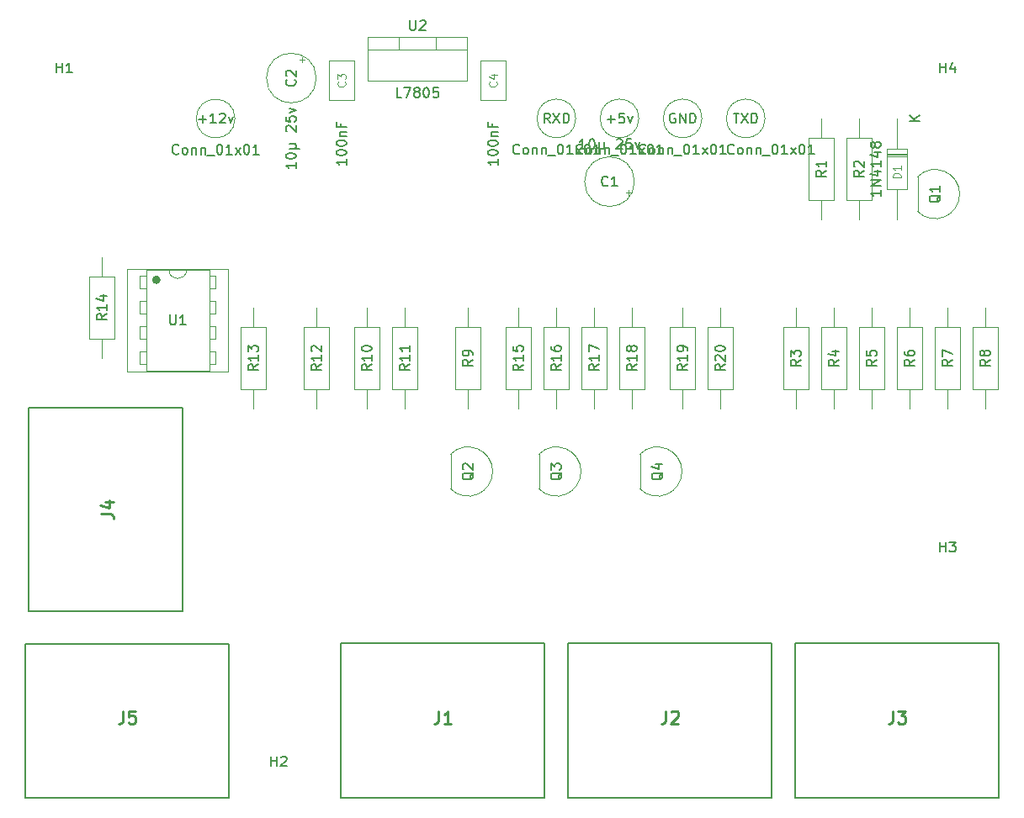
<source format=gbr>
%TF.GenerationSoftware,KiCad,Pcbnew,9.0.1-9.0.1-0~ubuntu24.04.1*%
%TF.CreationDate,2025-05-03T17:14:03+02:00*%
%TF.ProjectId,CNC-version,434e432d-7665-4727-9369-6f6e2e6b6963,rev?*%
%TF.SameCoordinates,Original*%
%TF.FileFunction,AssemblyDrawing,Top*%
%FSLAX46Y46*%
G04 Gerber Fmt 4.6, Leading zero omitted, Abs format (unit mm)*
G04 Created by KiCad (PCBNEW 9.0.1-9.0.1-0~ubuntu24.04.1) date 2025-05-03 17:14:03*
%MOMM*%
%LPD*%
G01*
G04 APERTURE LIST*
%ADD10C,0.150000*%
%ADD11C,0.254000*%
%ADD12C,0.120000*%
%ADD13C,0.100000*%
%ADD14C,0.200000*%
%ADD15C,0.431000*%
G04 APERTURE END LIST*
D10*
X43634819Y-47622857D02*
X43158628Y-47956190D01*
X43634819Y-48194285D02*
X42634819Y-48194285D01*
X42634819Y-48194285D02*
X42634819Y-47813333D01*
X42634819Y-47813333D02*
X42682438Y-47718095D01*
X42682438Y-47718095D02*
X42730057Y-47670476D01*
X42730057Y-47670476D02*
X42825295Y-47622857D01*
X42825295Y-47622857D02*
X42968152Y-47622857D01*
X42968152Y-47622857D02*
X43063390Y-47670476D01*
X43063390Y-47670476D02*
X43111009Y-47718095D01*
X43111009Y-47718095D02*
X43158628Y-47813333D01*
X43158628Y-47813333D02*
X43158628Y-48194285D01*
X43634819Y-46670476D02*
X43634819Y-47241904D01*
X43634819Y-46956190D02*
X42634819Y-46956190D01*
X42634819Y-46956190D02*
X42777676Y-47051428D01*
X42777676Y-47051428D02*
X42872914Y-47146666D01*
X42872914Y-47146666D02*
X42920533Y-47241904D01*
X42730057Y-46289523D02*
X42682438Y-46241904D01*
X42682438Y-46241904D02*
X42634819Y-46146666D01*
X42634819Y-46146666D02*
X42634819Y-45908571D01*
X42634819Y-45908571D02*
X42682438Y-45813333D01*
X42682438Y-45813333D02*
X42730057Y-45765714D01*
X42730057Y-45765714D02*
X42825295Y-45718095D01*
X42825295Y-45718095D02*
X42920533Y-45718095D01*
X42920533Y-45718095D02*
X43063390Y-45765714D01*
X43063390Y-45765714D02*
X43634819Y-46337142D01*
X43634819Y-46337142D02*
X43634819Y-45718095D01*
D11*
X23706667Y-82519318D02*
X23706667Y-83426461D01*
X23706667Y-83426461D02*
X23646190Y-83607889D01*
X23646190Y-83607889D02*
X23525238Y-83728842D01*
X23525238Y-83728842D02*
X23343809Y-83789318D01*
X23343809Y-83789318D02*
X23222857Y-83789318D01*
X24916190Y-82519318D02*
X24311428Y-82519318D01*
X24311428Y-82519318D02*
X24250952Y-83124080D01*
X24250952Y-83124080D02*
X24311428Y-83063603D01*
X24311428Y-83063603D02*
X24432381Y-83003127D01*
X24432381Y-83003127D02*
X24734762Y-83003127D01*
X24734762Y-83003127D02*
X24855714Y-83063603D01*
X24855714Y-83063603D02*
X24916190Y-83124080D01*
X24916190Y-83124080D02*
X24976667Y-83245032D01*
X24976667Y-83245032D02*
X24976667Y-83547413D01*
X24976667Y-83547413D02*
X24916190Y-83668365D01*
X24916190Y-83668365D02*
X24855714Y-83728842D01*
X24855714Y-83728842D02*
X24734762Y-83789318D01*
X24734762Y-83789318D02*
X24432381Y-83789318D01*
X24432381Y-83789318D02*
X24311428Y-83728842D01*
X24311428Y-83728842D02*
X24250952Y-83668365D01*
D10*
X69921904Y-26359580D02*
X69874285Y-26407200D01*
X69874285Y-26407200D02*
X69731428Y-26454819D01*
X69731428Y-26454819D02*
X69636190Y-26454819D01*
X69636190Y-26454819D02*
X69493333Y-26407200D01*
X69493333Y-26407200D02*
X69398095Y-26311961D01*
X69398095Y-26311961D02*
X69350476Y-26216723D01*
X69350476Y-26216723D02*
X69302857Y-26026247D01*
X69302857Y-26026247D02*
X69302857Y-25883390D01*
X69302857Y-25883390D02*
X69350476Y-25692914D01*
X69350476Y-25692914D02*
X69398095Y-25597676D01*
X69398095Y-25597676D02*
X69493333Y-25502438D01*
X69493333Y-25502438D02*
X69636190Y-25454819D01*
X69636190Y-25454819D02*
X69731428Y-25454819D01*
X69731428Y-25454819D02*
X69874285Y-25502438D01*
X69874285Y-25502438D02*
X69921904Y-25550057D01*
X70493333Y-26454819D02*
X70398095Y-26407200D01*
X70398095Y-26407200D02*
X70350476Y-26359580D01*
X70350476Y-26359580D02*
X70302857Y-26264342D01*
X70302857Y-26264342D02*
X70302857Y-25978628D01*
X70302857Y-25978628D02*
X70350476Y-25883390D01*
X70350476Y-25883390D02*
X70398095Y-25835771D01*
X70398095Y-25835771D02*
X70493333Y-25788152D01*
X70493333Y-25788152D02*
X70636190Y-25788152D01*
X70636190Y-25788152D02*
X70731428Y-25835771D01*
X70731428Y-25835771D02*
X70779047Y-25883390D01*
X70779047Y-25883390D02*
X70826666Y-25978628D01*
X70826666Y-25978628D02*
X70826666Y-26264342D01*
X70826666Y-26264342D02*
X70779047Y-26359580D01*
X70779047Y-26359580D02*
X70731428Y-26407200D01*
X70731428Y-26407200D02*
X70636190Y-26454819D01*
X70636190Y-26454819D02*
X70493333Y-26454819D01*
X71255238Y-25788152D02*
X71255238Y-26454819D01*
X71255238Y-25883390D02*
X71302857Y-25835771D01*
X71302857Y-25835771D02*
X71398095Y-25788152D01*
X71398095Y-25788152D02*
X71540952Y-25788152D01*
X71540952Y-25788152D02*
X71636190Y-25835771D01*
X71636190Y-25835771D02*
X71683809Y-25931009D01*
X71683809Y-25931009D02*
X71683809Y-26454819D01*
X72160000Y-25788152D02*
X72160000Y-26454819D01*
X72160000Y-25883390D02*
X72207619Y-25835771D01*
X72207619Y-25835771D02*
X72302857Y-25788152D01*
X72302857Y-25788152D02*
X72445714Y-25788152D01*
X72445714Y-25788152D02*
X72540952Y-25835771D01*
X72540952Y-25835771D02*
X72588571Y-25931009D01*
X72588571Y-25931009D02*
X72588571Y-26454819D01*
X72826667Y-26550057D02*
X73588571Y-26550057D01*
X74017143Y-25454819D02*
X74112381Y-25454819D01*
X74112381Y-25454819D02*
X74207619Y-25502438D01*
X74207619Y-25502438D02*
X74255238Y-25550057D01*
X74255238Y-25550057D02*
X74302857Y-25645295D01*
X74302857Y-25645295D02*
X74350476Y-25835771D01*
X74350476Y-25835771D02*
X74350476Y-26073866D01*
X74350476Y-26073866D02*
X74302857Y-26264342D01*
X74302857Y-26264342D02*
X74255238Y-26359580D01*
X74255238Y-26359580D02*
X74207619Y-26407200D01*
X74207619Y-26407200D02*
X74112381Y-26454819D01*
X74112381Y-26454819D02*
X74017143Y-26454819D01*
X74017143Y-26454819D02*
X73921905Y-26407200D01*
X73921905Y-26407200D02*
X73874286Y-26359580D01*
X73874286Y-26359580D02*
X73826667Y-26264342D01*
X73826667Y-26264342D02*
X73779048Y-26073866D01*
X73779048Y-26073866D02*
X73779048Y-25835771D01*
X73779048Y-25835771D02*
X73826667Y-25645295D01*
X73826667Y-25645295D02*
X73874286Y-25550057D01*
X73874286Y-25550057D02*
X73921905Y-25502438D01*
X73921905Y-25502438D02*
X74017143Y-25454819D01*
X75302857Y-26454819D02*
X74731429Y-26454819D01*
X75017143Y-26454819D02*
X75017143Y-25454819D01*
X75017143Y-25454819D02*
X74921905Y-25597676D01*
X74921905Y-25597676D02*
X74826667Y-25692914D01*
X74826667Y-25692914D02*
X74731429Y-25740533D01*
X75636191Y-26454819D02*
X76160000Y-25788152D01*
X75636191Y-25788152D02*
X76160000Y-26454819D01*
X76731429Y-25454819D02*
X76826667Y-25454819D01*
X76826667Y-25454819D02*
X76921905Y-25502438D01*
X76921905Y-25502438D02*
X76969524Y-25550057D01*
X76969524Y-25550057D02*
X77017143Y-25645295D01*
X77017143Y-25645295D02*
X77064762Y-25835771D01*
X77064762Y-25835771D02*
X77064762Y-26073866D01*
X77064762Y-26073866D02*
X77017143Y-26264342D01*
X77017143Y-26264342D02*
X76969524Y-26359580D01*
X76969524Y-26359580D02*
X76921905Y-26407200D01*
X76921905Y-26407200D02*
X76826667Y-26454819D01*
X76826667Y-26454819D02*
X76731429Y-26454819D01*
X76731429Y-26454819D02*
X76636191Y-26407200D01*
X76636191Y-26407200D02*
X76588572Y-26359580D01*
X76588572Y-26359580D02*
X76540953Y-26264342D01*
X76540953Y-26264342D02*
X76493334Y-26073866D01*
X76493334Y-26073866D02*
X76493334Y-25835771D01*
X76493334Y-25835771D02*
X76540953Y-25645295D01*
X76540953Y-25645295D02*
X76588572Y-25550057D01*
X76588572Y-25550057D02*
X76636191Y-25502438D01*
X76636191Y-25502438D02*
X76731429Y-25454819D01*
X78017143Y-26454819D02*
X77445715Y-26454819D01*
X77731429Y-26454819D02*
X77731429Y-25454819D01*
X77731429Y-25454819D02*
X77636191Y-25597676D01*
X77636191Y-25597676D02*
X77540953Y-25692914D01*
X77540953Y-25692914D02*
X77445715Y-25740533D01*
X72446667Y-22922233D02*
X73193334Y-22922233D01*
X72820000Y-23295566D02*
X72820000Y-22548900D01*
X74126667Y-22315566D02*
X73660000Y-22315566D01*
X73660000Y-22315566D02*
X73613333Y-22782233D01*
X73613333Y-22782233D02*
X73660000Y-22735566D01*
X73660000Y-22735566D02*
X73753333Y-22688900D01*
X73753333Y-22688900D02*
X73986667Y-22688900D01*
X73986667Y-22688900D02*
X74080000Y-22735566D01*
X74080000Y-22735566D02*
X74126667Y-22782233D01*
X74126667Y-22782233D02*
X74173333Y-22875566D01*
X74173333Y-22875566D02*
X74173333Y-23108900D01*
X74173333Y-23108900D02*
X74126667Y-23202233D01*
X74126667Y-23202233D02*
X74080000Y-23248900D01*
X74080000Y-23248900D02*
X73986667Y-23295566D01*
X73986667Y-23295566D02*
X73753333Y-23295566D01*
X73753333Y-23295566D02*
X73660000Y-23248900D01*
X73660000Y-23248900D02*
X73613333Y-23202233D01*
X74500000Y-22642233D02*
X74733333Y-23295566D01*
X74733333Y-23295566D02*
X74966666Y-22642233D01*
X105918095Y-18234819D02*
X105918095Y-17234819D01*
X105918095Y-17711009D02*
X106489523Y-17711009D01*
X106489523Y-18234819D02*
X106489523Y-17234819D01*
X107394285Y-17568152D02*
X107394285Y-18234819D01*
X107156190Y-17187200D02*
X106918095Y-17901485D01*
X106918095Y-17901485D02*
X107537142Y-17901485D01*
D11*
X101176667Y-82509318D02*
X101176667Y-83416461D01*
X101176667Y-83416461D02*
X101116190Y-83597889D01*
X101116190Y-83597889D02*
X100995238Y-83718842D01*
X100995238Y-83718842D02*
X100813809Y-83779318D01*
X100813809Y-83779318D02*
X100692857Y-83779318D01*
X101660476Y-82509318D02*
X102446667Y-82509318D01*
X102446667Y-82509318D02*
X102023333Y-82993127D01*
X102023333Y-82993127D02*
X102204762Y-82993127D01*
X102204762Y-82993127D02*
X102325714Y-83053603D01*
X102325714Y-83053603D02*
X102386190Y-83114080D01*
X102386190Y-83114080D02*
X102446667Y-83235032D01*
X102446667Y-83235032D02*
X102446667Y-83537413D01*
X102446667Y-83537413D02*
X102386190Y-83658365D01*
X102386190Y-83658365D02*
X102325714Y-83718842D01*
X102325714Y-83718842D02*
X102204762Y-83779318D01*
X102204762Y-83779318D02*
X101841905Y-83779318D01*
X101841905Y-83779318D02*
X101720952Y-83718842D01*
X101720952Y-83718842D02*
X101660476Y-83658365D01*
D10*
X91894819Y-47146666D02*
X91418628Y-47479999D01*
X91894819Y-47718094D02*
X90894819Y-47718094D01*
X90894819Y-47718094D02*
X90894819Y-47337142D01*
X90894819Y-47337142D02*
X90942438Y-47241904D01*
X90942438Y-47241904D02*
X90990057Y-47194285D01*
X90990057Y-47194285D02*
X91085295Y-47146666D01*
X91085295Y-47146666D02*
X91228152Y-47146666D01*
X91228152Y-47146666D02*
X91323390Y-47194285D01*
X91323390Y-47194285D02*
X91371009Y-47241904D01*
X91371009Y-47241904D02*
X91418628Y-47337142D01*
X91418628Y-47337142D02*
X91418628Y-47718094D01*
X90894819Y-46813332D02*
X90894819Y-46194285D01*
X90894819Y-46194285D02*
X91275771Y-46527618D01*
X91275771Y-46527618D02*
X91275771Y-46384761D01*
X91275771Y-46384761D02*
X91323390Y-46289523D01*
X91323390Y-46289523D02*
X91371009Y-46241904D01*
X91371009Y-46241904D02*
X91466247Y-46194285D01*
X91466247Y-46194285D02*
X91704342Y-46194285D01*
X91704342Y-46194285D02*
X91799580Y-46241904D01*
X91799580Y-46241904D02*
X91847200Y-46289523D01*
X91847200Y-46289523D02*
X91894819Y-46384761D01*
X91894819Y-46384761D02*
X91894819Y-46670475D01*
X91894819Y-46670475D02*
X91847200Y-46765713D01*
X91847200Y-46765713D02*
X91799580Y-46813332D01*
X29281904Y-26369580D02*
X29234285Y-26417200D01*
X29234285Y-26417200D02*
X29091428Y-26464819D01*
X29091428Y-26464819D02*
X28996190Y-26464819D01*
X28996190Y-26464819D02*
X28853333Y-26417200D01*
X28853333Y-26417200D02*
X28758095Y-26321961D01*
X28758095Y-26321961D02*
X28710476Y-26226723D01*
X28710476Y-26226723D02*
X28662857Y-26036247D01*
X28662857Y-26036247D02*
X28662857Y-25893390D01*
X28662857Y-25893390D02*
X28710476Y-25702914D01*
X28710476Y-25702914D02*
X28758095Y-25607676D01*
X28758095Y-25607676D02*
X28853333Y-25512438D01*
X28853333Y-25512438D02*
X28996190Y-25464819D01*
X28996190Y-25464819D02*
X29091428Y-25464819D01*
X29091428Y-25464819D02*
X29234285Y-25512438D01*
X29234285Y-25512438D02*
X29281904Y-25560057D01*
X29853333Y-26464819D02*
X29758095Y-26417200D01*
X29758095Y-26417200D02*
X29710476Y-26369580D01*
X29710476Y-26369580D02*
X29662857Y-26274342D01*
X29662857Y-26274342D02*
X29662857Y-25988628D01*
X29662857Y-25988628D02*
X29710476Y-25893390D01*
X29710476Y-25893390D02*
X29758095Y-25845771D01*
X29758095Y-25845771D02*
X29853333Y-25798152D01*
X29853333Y-25798152D02*
X29996190Y-25798152D01*
X29996190Y-25798152D02*
X30091428Y-25845771D01*
X30091428Y-25845771D02*
X30139047Y-25893390D01*
X30139047Y-25893390D02*
X30186666Y-25988628D01*
X30186666Y-25988628D02*
X30186666Y-26274342D01*
X30186666Y-26274342D02*
X30139047Y-26369580D01*
X30139047Y-26369580D02*
X30091428Y-26417200D01*
X30091428Y-26417200D02*
X29996190Y-26464819D01*
X29996190Y-26464819D02*
X29853333Y-26464819D01*
X30615238Y-25798152D02*
X30615238Y-26464819D01*
X30615238Y-25893390D02*
X30662857Y-25845771D01*
X30662857Y-25845771D02*
X30758095Y-25798152D01*
X30758095Y-25798152D02*
X30900952Y-25798152D01*
X30900952Y-25798152D02*
X30996190Y-25845771D01*
X30996190Y-25845771D02*
X31043809Y-25941009D01*
X31043809Y-25941009D02*
X31043809Y-26464819D01*
X31520000Y-25798152D02*
X31520000Y-26464819D01*
X31520000Y-25893390D02*
X31567619Y-25845771D01*
X31567619Y-25845771D02*
X31662857Y-25798152D01*
X31662857Y-25798152D02*
X31805714Y-25798152D01*
X31805714Y-25798152D02*
X31900952Y-25845771D01*
X31900952Y-25845771D02*
X31948571Y-25941009D01*
X31948571Y-25941009D02*
X31948571Y-26464819D01*
X32186667Y-26560057D02*
X32948571Y-26560057D01*
X33377143Y-25464819D02*
X33472381Y-25464819D01*
X33472381Y-25464819D02*
X33567619Y-25512438D01*
X33567619Y-25512438D02*
X33615238Y-25560057D01*
X33615238Y-25560057D02*
X33662857Y-25655295D01*
X33662857Y-25655295D02*
X33710476Y-25845771D01*
X33710476Y-25845771D02*
X33710476Y-26083866D01*
X33710476Y-26083866D02*
X33662857Y-26274342D01*
X33662857Y-26274342D02*
X33615238Y-26369580D01*
X33615238Y-26369580D02*
X33567619Y-26417200D01*
X33567619Y-26417200D02*
X33472381Y-26464819D01*
X33472381Y-26464819D02*
X33377143Y-26464819D01*
X33377143Y-26464819D02*
X33281905Y-26417200D01*
X33281905Y-26417200D02*
X33234286Y-26369580D01*
X33234286Y-26369580D02*
X33186667Y-26274342D01*
X33186667Y-26274342D02*
X33139048Y-26083866D01*
X33139048Y-26083866D02*
X33139048Y-25845771D01*
X33139048Y-25845771D02*
X33186667Y-25655295D01*
X33186667Y-25655295D02*
X33234286Y-25560057D01*
X33234286Y-25560057D02*
X33281905Y-25512438D01*
X33281905Y-25512438D02*
X33377143Y-25464819D01*
X34662857Y-26464819D02*
X34091429Y-26464819D01*
X34377143Y-26464819D02*
X34377143Y-25464819D01*
X34377143Y-25464819D02*
X34281905Y-25607676D01*
X34281905Y-25607676D02*
X34186667Y-25702914D01*
X34186667Y-25702914D02*
X34091429Y-25750533D01*
X34996191Y-26464819D02*
X35520000Y-25798152D01*
X34996191Y-25798152D02*
X35520000Y-26464819D01*
X36091429Y-25464819D02*
X36186667Y-25464819D01*
X36186667Y-25464819D02*
X36281905Y-25512438D01*
X36281905Y-25512438D02*
X36329524Y-25560057D01*
X36329524Y-25560057D02*
X36377143Y-25655295D01*
X36377143Y-25655295D02*
X36424762Y-25845771D01*
X36424762Y-25845771D02*
X36424762Y-26083866D01*
X36424762Y-26083866D02*
X36377143Y-26274342D01*
X36377143Y-26274342D02*
X36329524Y-26369580D01*
X36329524Y-26369580D02*
X36281905Y-26417200D01*
X36281905Y-26417200D02*
X36186667Y-26464819D01*
X36186667Y-26464819D02*
X36091429Y-26464819D01*
X36091429Y-26464819D02*
X35996191Y-26417200D01*
X35996191Y-26417200D02*
X35948572Y-26369580D01*
X35948572Y-26369580D02*
X35900953Y-26274342D01*
X35900953Y-26274342D02*
X35853334Y-26083866D01*
X35853334Y-26083866D02*
X35853334Y-25845771D01*
X35853334Y-25845771D02*
X35900953Y-25655295D01*
X35900953Y-25655295D02*
X35948572Y-25560057D01*
X35948572Y-25560057D02*
X35996191Y-25512438D01*
X35996191Y-25512438D02*
X36091429Y-25464819D01*
X37377143Y-26464819D02*
X36805715Y-26464819D01*
X37091429Y-26464819D02*
X37091429Y-25464819D01*
X37091429Y-25464819D02*
X36996191Y-25607676D01*
X36996191Y-25607676D02*
X36900953Y-25702914D01*
X36900953Y-25702914D02*
X36805715Y-25750533D01*
X31340000Y-22932233D02*
X32086667Y-22932233D01*
X31713333Y-23305566D02*
X31713333Y-22558900D01*
X33066666Y-23305566D02*
X32506666Y-23305566D01*
X32786666Y-23305566D02*
X32786666Y-22325566D01*
X32786666Y-22325566D02*
X32693333Y-22465566D01*
X32693333Y-22465566D02*
X32600000Y-22558900D01*
X32600000Y-22558900D02*
X32506666Y-22605566D01*
X33439999Y-22418900D02*
X33486666Y-22372233D01*
X33486666Y-22372233D02*
X33579999Y-22325566D01*
X33579999Y-22325566D02*
X33813333Y-22325566D01*
X33813333Y-22325566D02*
X33906666Y-22372233D01*
X33906666Y-22372233D02*
X33953333Y-22418900D01*
X33953333Y-22418900D02*
X33999999Y-22512233D01*
X33999999Y-22512233D02*
X33999999Y-22605566D01*
X33999999Y-22605566D02*
X33953333Y-22745566D01*
X33953333Y-22745566D02*
X33393333Y-23305566D01*
X33393333Y-23305566D02*
X33999999Y-23305566D01*
X34326666Y-22652233D02*
X34559999Y-23305566D01*
X34559999Y-23305566D02*
X34793332Y-22652233D01*
X51744761Y-20734819D02*
X51268571Y-20734819D01*
X51268571Y-20734819D02*
X51268571Y-19734819D01*
X51982857Y-19734819D02*
X52649523Y-19734819D01*
X52649523Y-19734819D02*
X52220952Y-20734819D01*
X53173333Y-20163390D02*
X53078095Y-20115771D01*
X53078095Y-20115771D02*
X53030476Y-20068152D01*
X53030476Y-20068152D02*
X52982857Y-19972914D01*
X52982857Y-19972914D02*
X52982857Y-19925295D01*
X52982857Y-19925295D02*
X53030476Y-19830057D01*
X53030476Y-19830057D02*
X53078095Y-19782438D01*
X53078095Y-19782438D02*
X53173333Y-19734819D01*
X53173333Y-19734819D02*
X53363809Y-19734819D01*
X53363809Y-19734819D02*
X53459047Y-19782438D01*
X53459047Y-19782438D02*
X53506666Y-19830057D01*
X53506666Y-19830057D02*
X53554285Y-19925295D01*
X53554285Y-19925295D02*
X53554285Y-19972914D01*
X53554285Y-19972914D02*
X53506666Y-20068152D01*
X53506666Y-20068152D02*
X53459047Y-20115771D01*
X53459047Y-20115771D02*
X53363809Y-20163390D01*
X53363809Y-20163390D02*
X53173333Y-20163390D01*
X53173333Y-20163390D02*
X53078095Y-20211009D01*
X53078095Y-20211009D02*
X53030476Y-20258628D01*
X53030476Y-20258628D02*
X52982857Y-20353866D01*
X52982857Y-20353866D02*
X52982857Y-20544342D01*
X52982857Y-20544342D02*
X53030476Y-20639580D01*
X53030476Y-20639580D02*
X53078095Y-20687200D01*
X53078095Y-20687200D02*
X53173333Y-20734819D01*
X53173333Y-20734819D02*
X53363809Y-20734819D01*
X53363809Y-20734819D02*
X53459047Y-20687200D01*
X53459047Y-20687200D02*
X53506666Y-20639580D01*
X53506666Y-20639580D02*
X53554285Y-20544342D01*
X53554285Y-20544342D02*
X53554285Y-20353866D01*
X53554285Y-20353866D02*
X53506666Y-20258628D01*
X53506666Y-20258628D02*
X53459047Y-20211009D01*
X53459047Y-20211009D02*
X53363809Y-20163390D01*
X54173333Y-19734819D02*
X54268571Y-19734819D01*
X54268571Y-19734819D02*
X54363809Y-19782438D01*
X54363809Y-19782438D02*
X54411428Y-19830057D01*
X54411428Y-19830057D02*
X54459047Y-19925295D01*
X54459047Y-19925295D02*
X54506666Y-20115771D01*
X54506666Y-20115771D02*
X54506666Y-20353866D01*
X54506666Y-20353866D02*
X54459047Y-20544342D01*
X54459047Y-20544342D02*
X54411428Y-20639580D01*
X54411428Y-20639580D02*
X54363809Y-20687200D01*
X54363809Y-20687200D02*
X54268571Y-20734819D01*
X54268571Y-20734819D02*
X54173333Y-20734819D01*
X54173333Y-20734819D02*
X54078095Y-20687200D01*
X54078095Y-20687200D02*
X54030476Y-20639580D01*
X54030476Y-20639580D02*
X53982857Y-20544342D01*
X53982857Y-20544342D02*
X53935238Y-20353866D01*
X53935238Y-20353866D02*
X53935238Y-20115771D01*
X53935238Y-20115771D02*
X53982857Y-19925295D01*
X53982857Y-19925295D02*
X54030476Y-19830057D01*
X54030476Y-19830057D02*
X54078095Y-19782438D01*
X54078095Y-19782438D02*
X54173333Y-19734819D01*
X55411428Y-19734819D02*
X54935238Y-19734819D01*
X54935238Y-19734819D02*
X54887619Y-20211009D01*
X54887619Y-20211009D02*
X54935238Y-20163390D01*
X54935238Y-20163390D02*
X55030476Y-20115771D01*
X55030476Y-20115771D02*
X55268571Y-20115771D01*
X55268571Y-20115771D02*
X55363809Y-20163390D01*
X55363809Y-20163390D02*
X55411428Y-20211009D01*
X55411428Y-20211009D02*
X55459047Y-20306247D01*
X55459047Y-20306247D02*
X55459047Y-20544342D01*
X55459047Y-20544342D02*
X55411428Y-20639580D01*
X55411428Y-20639580D02*
X55363809Y-20687200D01*
X55363809Y-20687200D02*
X55268571Y-20734819D01*
X55268571Y-20734819D02*
X55030476Y-20734819D01*
X55030476Y-20734819D02*
X54935238Y-20687200D01*
X54935238Y-20687200D02*
X54887619Y-20639580D01*
X52578095Y-12964819D02*
X52578095Y-13774342D01*
X52578095Y-13774342D02*
X52625714Y-13869580D01*
X52625714Y-13869580D02*
X52673333Y-13917200D01*
X52673333Y-13917200D02*
X52768571Y-13964819D01*
X52768571Y-13964819D02*
X52959047Y-13964819D01*
X52959047Y-13964819D02*
X53054285Y-13917200D01*
X53054285Y-13917200D02*
X53101904Y-13869580D01*
X53101904Y-13869580D02*
X53149523Y-13774342D01*
X53149523Y-13774342D02*
X53149523Y-12964819D01*
X53578095Y-13060057D02*
X53625714Y-13012438D01*
X53625714Y-13012438D02*
X53720952Y-12964819D01*
X53720952Y-12964819D02*
X53959047Y-12964819D01*
X53959047Y-12964819D02*
X54054285Y-13012438D01*
X54054285Y-13012438D02*
X54101904Y-13060057D01*
X54101904Y-13060057D02*
X54149523Y-13155295D01*
X54149523Y-13155295D02*
X54149523Y-13250533D01*
X54149523Y-13250533D02*
X54101904Y-13393390D01*
X54101904Y-13393390D02*
X53530476Y-13964819D01*
X53530476Y-13964819D02*
X54149523Y-13964819D01*
X67860057Y-58505238D02*
X67812438Y-58600476D01*
X67812438Y-58600476D02*
X67717200Y-58695714D01*
X67717200Y-58695714D02*
X67574342Y-58838571D01*
X67574342Y-58838571D02*
X67526723Y-58933809D01*
X67526723Y-58933809D02*
X67526723Y-59029047D01*
X67764819Y-58981428D02*
X67717200Y-59076666D01*
X67717200Y-59076666D02*
X67621961Y-59171904D01*
X67621961Y-59171904D02*
X67431485Y-59219523D01*
X67431485Y-59219523D02*
X67098152Y-59219523D01*
X67098152Y-59219523D02*
X66907676Y-59171904D01*
X66907676Y-59171904D02*
X66812438Y-59076666D01*
X66812438Y-59076666D02*
X66764819Y-58981428D01*
X66764819Y-58981428D02*
X66764819Y-58790952D01*
X66764819Y-58790952D02*
X66812438Y-58695714D01*
X66812438Y-58695714D02*
X66907676Y-58600476D01*
X66907676Y-58600476D02*
X67098152Y-58552857D01*
X67098152Y-58552857D02*
X67431485Y-58552857D01*
X67431485Y-58552857D02*
X67621961Y-58600476D01*
X67621961Y-58600476D02*
X67717200Y-58695714D01*
X67717200Y-58695714D02*
X67764819Y-58790952D01*
X67764819Y-58790952D02*
X67764819Y-58981428D01*
X66764819Y-58219523D02*
X66764819Y-57600476D01*
X66764819Y-57600476D02*
X67145771Y-57933809D01*
X67145771Y-57933809D02*
X67145771Y-57790952D01*
X67145771Y-57790952D02*
X67193390Y-57695714D01*
X67193390Y-57695714D02*
X67241009Y-57648095D01*
X67241009Y-57648095D02*
X67336247Y-57600476D01*
X67336247Y-57600476D02*
X67574342Y-57600476D01*
X67574342Y-57600476D02*
X67669580Y-57648095D01*
X67669580Y-57648095D02*
X67717200Y-57695714D01*
X67717200Y-57695714D02*
X67764819Y-57790952D01*
X67764819Y-57790952D02*
X67764819Y-58076666D01*
X67764819Y-58076666D02*
X67717200Y-58171904D01*
X67717200Y-58171904D02*
X67669580Y-58219523D01*
X80464819Y-47622857D02*
X79988628Y-47956190D01*
X80464819Y-48194285D02*
X79464819Y-48194285D01*
X79464819Y-48194285D02*
X79464819Y-47813333D01*
X79464819Y-47813333D02*
X79512438Y-47718095D01*
X79512438Y-47718095D02*
X79560057Y-47670476D01*
X79560057Y-47670476D02*
X79655295Y-47622857D01*
X79655295Y-47622857D02*
X79798152Y-47622857D01*
X79798152Y-47622857D02*
X79893390Y-47670476D01*
X79893390Y-47670476D02*
X79941009Y-47718095D01*
X79941009Y-47718095D02*
X79988628Y-47813333D01*
X79988628Y-47813333D02*
X79988628Y-48194285D01*
X80464819Y-46670476D02*
X80464819Y-47241904D01*
X80464819Y-46956190D02*
X79464819Y-46956190D01*
X79464819Y-46956190D02*
X79607676Y-47051428D01*
X79607676Y-47051428D02*
X79702914Y-47146666D01*
X79702914Y-47146666D02*
X79750533Y-47241904D01*
X80464819Y-46194285D02*
X80464819Y-46003809D01*
X80464819Y-46003809D02*
X80417200Y-45908571D01*
X80417200Y-45908571D02*
X80369580Y-45860952D01*
X80369580Y-45860952D02*
X80226723Y-45765714D01*
X80226723Y-45765714D02*
X80036247Y-45718095D01*
X80036247Y-45718095D02*
X79655295Y-45718095D01*
X79655295Y-45718095D02*
X79560057Y-45765714D01*
X79560057Y-45765714D02*
X79512438Y-45813333D01*
X79512438Y-45813333D02*
X79464819Y-45908571D01*
X79464819Y-45908571D02*
X79464819Y-46099047D01*
X79464819Y-46099047D02*
X79512438Y-46194285D01*
X79512438Y-46194285D02*
X79560057Y-46241904D01*
X79560057Y-46241904D02*
X79655295Y-46289523D01*
X79655295Y-46289523D02*
X79893390Y-46289523D01*
X79893390Y-46289523D02*
X79988628Y-46241904D01*
X79988628Y-46241904D02*
X80036247Y-46194285D01*
X80036247Y-46194285D02*
X80083866Y-46099047D01*
X80083866Y-46099047D02*
X80083866Y-45908571D01*
X80083866Y-45908571D02*
X80036247Y-45813333D01*
X80036247Y-45813333D02*
X79988628Y-45765714D01*
X79988628Y-45765714D02*
X79893390Y-45718095D01*
X70231428Y-25914819D02*
X69660000Y-25914819D01*
X69945714Y-25914819D02*
X69945714Y-24914819D01*
X69945714Y-24914819D02*
X69850476Y-25057676D01*
X69850476Y-25057676D02*
X69755238Y-25152914D01*
X69755238Y-25152914D02*
X69660000Y-25200533D01*
X70850476Y-24914819D02*
X70945714Y-24914819D01*
X70945714Y-24914819D02*
X71040952Y-24962438D01*
X71040952Y-24962438D02*
X71088571Y-25010057D01*
X71088571Y-25010057D02*
X71136190Y-25105295D01*
X71136190Y-25105295D02*
X71183809Y-25295771D01*
X71183809Y-25295771D02*
X71183809Y-25533866D01*
X71183809Y-25533866D02*
X71136190Y-25724342D01*
X71136190Y-25724342D02*
X71088571Y-25819580D01*
X71088571Y-25819580D02*
X71040952Y-25867200D01*
X71040952Y-25867200D02*
X70945714Y-25914819D01*
X70945714Y-25914819D02*
X70850476Y-25914819D01*
X70850476Y-25914819D02*
X70755238Y-25867200D01*
X70755238Y-25867200D02*
X70707619Y-25819580D01*
X70707619Y-25819580D02*
X70660000Y-25724342D01*
X70660000Y-25724342D02*
X70612381Y-25533866D01*
X70612381Y-25533866D02*
X70612381Y-25295771D01*
X70612381Y-25295771D02*
X70660000Y-25105295D01*
X70660000Y-25105295D02*
X70707619Y-25010057D01*
X70707619Y-25010057D02*
X70755238Y-24962438D01*
X70755238Y-24962438D02*
X70850476Y-24914819D01*
X71612381Y-25248152D02*
X71612381Y-26248152D01*
X72088571Y-25771961D02*
X72136190Y-25867200D01*
X72136190Y-25867200D02*
X72231428Y-25914819D01*
X71612381Y-25771961D02*
X71660000Y-25867200D01*
X71660000Y-25867200D02*
X71755238Y-25914819D01*
X71755238Y-25914819D02*
X71945714Y-25914819D01*
X71945714Y-25914819D02*
X72040952Y-25867200D01*
X72040952Y-25867200D02*
X72088571Y-25771961D01*
X72088571Y-25771961D02*
X72088571Y-25248152D01*
X73374286Y-25010057D02*
X73421905Y-24962438D01*
X73421905Y-24962438D02*
X73517143Y-24914819D01*
X73517143Y-24914819D02*
X73755238Y-24914819D01*
X73755238Y-24914819D02*
X73850476Y-24962438D01*
X73850476Y-24962438D02*
X73898095Y-25010057D01*
X73898095Y-25010057D02*
X73945714Y-25105295D01*
X73945714Y-25105295D02*
X73945714Y-25200533D01*
X73945714Y-25200533D02*
X73898095Y-25343390D01*
X73898095Y-25343390D02*
X73326667Y-25914819D01*
X73326667Y-25914819D02*
X73945714Y-25914819D01*
X74850476Y-24914819D02*
X74374286Y-24914819D01*
X74374286Y-24914819D02*
X74326667Y-25391009D01*
X74326667Y-25391009D02*
X74374286Y-25343390D01*
X74374286Y-25343390D02*
X74469524Y-25295771D01*
X74469524Y-25295771D02*
X74707619Y-25295771D01*
X74707619Y-25295771D02*
X74802857Y-25343390D01*
X74802857Y-25343390D02*
X74850476Y-25391009D01*
X74850476Y-25391009D02*
X74898095Y-25486247D01*
X74898095Y-25486247D02*
X74898095Y-25724342D01*
X74898095Y-25724342D02*
X74850476Y-25819580D01*
X74850476Y-25819580D02*
X74802857Y-25867200D01*
X74802857Y-25867200D02*
X74707619Y-25914819D01*
X74707619Y-25914819D02*
X74469524Y-25914819D01*
X74469524Y-25914819D02*
X74374286Y-25867200D01*
X74374286Y-25867200D02*
X74326667Y-25819580D01*
X75231429Y-25248152D02*
X75469524Y-25914819D01*
X75469524Y-25914819D02*
X75707619Y-25248152D01*
X72493333Y-29569580D02*
X72445714Y-29617200D01*
X72445714Y-29617200D02*
X72302857Y-29664819D01*
X72302857Y-29664819D02*
X72207619Y-29664819D01*
X72207619Y-29664819D02*
X72064762Y-29617200D01*
X72064762Y-29617200D02*
X71969524Y-29521961D01*
X71969524Y-29521961D02*
X71921905Y-29426723D01*
X71921905Y-29426723D02*
X71874286Y-29236247D01*
X71874286Y-29236247D02*
X71874286Y-29093390D01*
X71874286Y-29093390D02*
X71921905Y-28902914D01*
X71921905Y-28902914D02*
X71969524Y-28807676D01*
X71969524Y-28807676D02*
X72064762Y-28712438D01*
X72064762Y-28712438D02*
X72207619Y-28664819D01*
X72207619Y-28664819D02*
X72302857Y-28664819D01*
X72302857Y-28664819D02*
X72445714Y-28712438D01*
X72445714Y-28712438D02*
X72493333Y-28760057D01*
X73445714Y-29664819D02*
X72874286Y-29664819D01*
X73160000Y-29664819D02*
X73160000Y-28664819D01*
X73160000Y-28664819D02*
X73064762Y-28807676D01*
X73064762Y-28807676D02*
X72969524Y-28902914D01*
X72969524Y-28902914D02*
X72874286Y-28950533D01*
X94434819Y-28096666D02*
X93958628Y-28429999D01*
X94434819Y-28668094D02*
X93434819Y-28668094D01*
X93434819Y-28668094D02*
X93434819Y-28287142D01*
X93434819Y-28287142D02*
X93482438Y-28191904D01*
X93482438Y-28191904D02*
X93530057Y-28144285D01*
X93530057Y-28144285D02*
X93625295Y-28096666D01*
X93625295Y-28096666D02*
X93768152Y-28096666D01*
X93768152Y-28096666D02*
X93863390Y-28144285D01*
X93863390Y-28144285D02*
X93911009Y-28191904D01*
X93911009Y-28191904D02*
X93958628Y-28287142D01*
X93958628Y-28287142D02*
X93958628Y-28668094D01*
X94434819Y-27144285D02*
X94434819Y-27715713D01*
X94434819Y-27429999D02*
X93434819Y-27429999D01*
X93434819Y-27429999D02*
X93577676Y-27525237D01*
X93577676Y-27525237D02*
X93672914Y-27620475D01*
X93672914Y-27620475D02*
X93720533Y-27715713D01*
X52524819Y-47622857D02*
X52048628Y-47956190D01*
X52524819Y-48194285D02*
X51524819Y-48194285D01*
X51524819Y-48194285D02*
X51524819Y-47813333D01*
X51524819Y-47813333D02*
X51572438Y-47718095D01*
X51572438Y-47718095D02*
X51620057Y-47670476D01*
X51620057Y-47670476D02*
X51715295Y-47622857D01*
X51715295Y-47622857D02*
X51858152Y-47622857D01*
X51858152Y-47622857D02*
X51953390Y-47670476D01*
X51953390Y-47670476D02*
X52001009Y-47718095D01*
X52001009Y-47718095D02*
X52048628Y-47813333D01*
X52048628Y-47813333D02*
X52048628Y-48194285D01*
X52524819Y-46670476D02*
X52524819Y-47241904D01*
X52524819Y-46956190D02*
X51524819Y-46956190D01*
X51524819Y-46956190D02*
X51667676Y-47051428D01*
X51667676Y-47051428D02*
X51762914Y-47146666D01*
X51762914Y-47146666D02*
X51810533Y-47241904D01*
X52524819Y-45718095D02*
X52524819Y-46289523D01*
X52524819Y-46003809D02*
X51524819Y-46003809D01*
X51524819Y-46003809D02*
X51667676Y-46099047D01*
X51667676Y-46099047D02*
X51762914Y-46194285D01*
X51762914Y-46194285D02*
X51810533Y-46289523D01*
X95704819Y-47146666D02*
X95228628Y-47479999D01*
X95704819Y-47718094D02*
X94704819Y-47718094D01*
X94704819Y-47718094D02*
X94704819Y-47337142D01*
X94704819Y-47337142D02*
X94752438Y-47241904D01*
X94752438Y-47241904D02*
X94800057Y-47194285D01*
X94800057Y-47194285D02*
X94895295Y-47146666D01*
X94895295Y-47146666D02*
X95038152Y-47146666D01*
X95038152Y-47146666D02*
X95133390Y-47194285D01*
X95133390Y-47194285D02*
X95181009Y-47241904D01*
X95181009Y-47241904D02*
X95228628Y-47337142D01*
X95228628Y-47337142D02*
X95228628Y-47718094D01*
X95038152Y-46289523D02*
X95704819Y-46289523D01*
X94657200Y-46527618D02*
X95371485Y-46765713D01*
X95371485Y-46765713D02*
X95371485Y-46146666D01*
X107134819Y-47146666D02*
X106658628Y-47479999D01*
X107134819Y-47718094D02*
X106134819Y-47718094D01*
X106134819Y-47718094D02*
X106134819Y-47337142D01*
X106134819Y-47337142D02*
X106182438Y-47241904D01*
X106182438Y-47241904D02*
X106230057Y-47194285D01*
X106230057Y-47194285D02*
X106325295Y-47146666D01*
X106325295Y-47146666D02*
X106468152Y-47146666D01*
X106468152Y-47146666D02*
X106563390Y-47194285D01*
X106563390Y-47194285D02*
X106611009Y-47241904D01*
X106611009Y-47241904D02*
X106658628Y-47337142D01*
X106658628Y-47337142D02*
X106658628Y-47718094D01*
X106134819Y-46813332D02*
X106134819Y-46146666D01*
X106134819Y-46146666D02*
X107134819Y-46575237D01*
X46174819Y-26947619D02*
X46174819Y-27519047D01*
X46174819Y-27233333D02*
X45174819Y-27233333D01*
X45174819Y-27233333D02*
X45317676Y-27328571D01*
X45317676Y-27328571D02*
X45412914Y-27423809D01*
X45412914Y-27423809D02*
X45460533Y-27519047D01*
X45174819Y-26328571D02*
X45174819Y-26233333D01*
X45174819Y-26233333D02*
X45222438Y-26138095D01*
X45222438Y-26138095D02*
X45270057Y-26090476D01*
X45270057Y-26090476D02*
X45365295Y-26042857D01*
X45365295Y-26042857D02*
X45555771Y-25995238D01*
X45555771Y-25995238D02*
X45793866Y-25995238D01*
X45793866Y-25995238D02*
X45984342Y-26042857D01*
X45984342Y-26042857D02*
X46079580Y-26090476D01*
X46079580Y-26090476D02*
X46127200Y-26138095D01*
X46127200Y-26138095D02*
X46174819Y-26233333D01*
X46174819Y-26233333D02*
X46174819Y-26328571D01*
X46174819Y-26328571D02*
X46127200Y-26423809D01*
X46127200Y-26423809D02*
X46079580Y-26471428D01*
X46079580Y-26471428D02*
X45984342Y-26519047D01*
X45984342Y-26519047D02*
X45793866Y-26566666D01*
X45793866Y-26566666D02*
X45555771Y-26566666D01*
X45555771Y-26566666D02*
X45365295Y-26519047D01*
X45365295Y-26519047D02*
X45270057Y-26471428D01*
X45270057Y-26471428D02*
X45222438Y-26423809D01*
X45222438Y-26423809D02*
X45174819Y-26328571D01*
X45174819Y-25376190D02*
X45174819Y-25280952D01*
X45174819Y-25280952D02*
X45222438Y-25185714D01*
X45222438Y-25185714D02*
X45270057Y-25138095D01*
X45270057Y-25138095D02*
X45365295Y-25090476D01*
X45365295Y-25090476D02*
X45555771Y-25042857D01*
X45555771Y-25042857D02*
X45793866Y-25042857D01*
X45793866Y-25042857D02*
X45984342Y-25090476D01*
X45984342Y-25090476D02*
X46079580Y-25138095D01*
X46079580Y-25138095D02*
X46127200Y-25185714D01*
X46127200Y-25185714D02*
X46174819Y-25280952D01*
X46174819Y-25280952D02*
X46174819Y-25376190D01*
X46174819Y-25376190D02*
X46127200Y-25471428D01*
X46127200Y-25471428D02*
X46079580Y-25519047D01*
X46079580Y-25519047D02*
X45984342Y-25566666D01*
X45984342Y-25566666D02*
X45793866Y-25614285D01*
X45793866Y-25614285D02*
X45555771Y-25614285D01*
X45555771Y-25614285D02*
X45365295Y-25566666D01*
X45365295Y-25566666D02*
X45270057Y-25519047D01*
X45270057Y-25519047D02*
X45222438Y-25471428D01*
X45222438Y-25471428D02*
X45174819Y-25376190D01*
X45508152Y-24614285D02*
X46174819Y-24614285D01*
X45603390Y-24614285D02*
X45555771Y-24566666D01*
X45555771Y-24566666D02*
X45508152Y-24471428D01*
X45508152Y-24471428D02*
X45508152Y-24328571D01*
X45508152Y-24328571D02*
X45555771Y-24233333D01*
X45555771Y-24233333D02*
X45651009Y-24185714D01*
X45651009Y-24185714D02*
X46174819Y-24185714D01*
X45651009Y-23376190D02*
X45651009Y-23709523D01*
X46174819Y-23709523D02*
X45174819Y-23709523D01*
X45174819Y-23709523D02*
X45174819Y-23233333D01*
D12*
X46007664Y-19163332D02*
X46045760Y-19201428D01*
X46045760Y-19201428D02*
X46083855Y-19315713D01*
X46083855Y-19315713D02*
X46083855Y-19391904D01*
X46083855Y-19391904D02*
X46045760Y-19506190D01*
X46045760Y-19506190D02*
X45969569Y-19582380D01*
X45969569Y-19582380D02*
X45893379Y-19620475D01*
X45893379Y-19620475D02*
X45740998Y-19658571D01*
X45740998Y-19658571D02*
X45626712Y-19658571D01*
X45626712Y-19658571D02*
X45474331Y-19620475D01*
X45474331Y-19620475D02*
X45398140Y-19582380D01*
X45398140Y-19582380D02*
X45321950Y-19506190D01*
X45321950Y-19506190D02*
X45283855Y-19391904D01*
X45283855Y-19391904D02*
X45283855Y-19315713D01*
X45283855Y-19315713D02*
X45321950Y-19201428D01*
X45321950Y-19201428D02*
X45360045Y-19163332D01*
X45283855Y-18896666D02*
X45283855Y-18401428D01*
X45283855Y-18401428D02*
X45588617Y-18668094D01*
X45588617Y-18668094D02*
X45588617Y-18553809D01*
X45588617Y-18553809D02*
X45626712Y-18477618D01*
X45626712Y-18477618D02*
X45664807Y-18439523D01*
X45664807Y-18439523D02*
X45740998Y-18401428D01*
X45740998Y-18401428D02*
X45931474Y-18401428D01*
X45931474Y-18401428D02*
X46007664Y-18439523D01*
X46007664Y-18439523D02*
X46045760Y-18477618D01*
X46045760Y-18477618D02*
X46083855Y-18553809D01*
X46083855Y-18553809D02*
X46083855Y-18782380D01*
X46083855Y-18782380D02*
X46045760Y-18858571D01*
X46045760Y-18858571D02*
X46007664Y-18896666D01*
D10*
X110944819Y-47146666D02*
X110468628Y-47479999D01*
X110944819Y-47718094D02*
X109944819Y-47718094D01*
X109944819Y-47718094D02*
X109944819Y-47337142D01*
X109944819Y-47337142D02*
X109992438Y-47241904D01*
X109992438Y-47241904D02*
X110040057Y-47194285D01*
X110040057Y-47194285D02*
X110135295Y-47146666D01*
X110135295Y-47146666D02*
X110278152Y-47146666D01*
X110278152Y-47146666D02*
X110373390Y-47194285D01*
X110373390Y-47194285D02*
X110421009Y-47241904D01*
X110421009Y-47241904D02*
X110468628Y-47337142D01*
X110468628Y-47337142D02*
X110468628Y-47718094D01*
X110373390Y-46575237D02*
X110325771Y-46670475D01*
X110325771Y-46670475D02*
X110278152Y-46718094D01*
X110278152Y-46718094D02*
X110182914Y-46765713D01*
X110182914Y-46765713D02*
X110135295Y-46765713D01*
X110135295Y-46765713D02*
X110040057Y-46718094D01*
X110040057Y-46718094D02*
X109992438Y-46670475D01*
X109992438Y-46670475D02*
X109944819Y-46575237D01*
X109944819Y-46575237D02*
X109944819Y-46384761D01*
X109944819Y-46384761D02*
X109992438Y-46289523D01*
X109992438Y-46289523D02*
X110040057Y-46241904D01*
X110040057Y-46241904D02*
X110135295Y-46194285D01*
X110135295Y-46194285D02*
X110182914Y-46194285D01*
X110182914Y-46194285D02*
X110278152Y-46241904D01*
X110278152Y-46241904D02*
X110325771Y-46289523D01*
X110325771Y-46289523D02*
X110373390Y-46384761D01*
X110373390Y-46384761D02*
X110373390Y-46575237D01*
X110373390Y-46575237D02*
X110421009Y-46670475D01*
X110421009Y-46670475D02*
X110468628Y-46718094D01*
X110468628Y-46718094D02*
X110563866Y-46765713D01*
X110563866Y-46765713D02*
X110754342Y-46765713D01*
X110754342Y-46765713D02*
X110849580Y-46718094D01*
X110849580Y-46718094D02*
X110897200Y-46670475D01*
X110897200Y-46670475D02*
X110944819Y-46575237D01*
X110944819Y-46575237D02*
X110944819Y-46384761D01*
X110944819Y-46384761D02*
X110897200Y-46289523D01*
X110897200Y-46289523D02*
X110849580Y-46241904D01*
X110849580Y-46241904D02*
X110754342Y-46194285D01*
X110754342Y-46194285D02*
X110563866Y-46194285D01*
X110563866Y-46194285D02*
X110468628Y-46241904D01*
X110468628Y-46241904D02*
X110421009Y-46289523D01*
X110421009Y-46289523D02*
X110373390Y-46384761D01*
X61414819Y-26947619D02*
X61414819Y-27519047D01*
X61414819Y-27233333D02*
X60414819Y-27233333D01*
X60414819Y-27233333D02*
X60557676Y-27328571D01*
X60557676Y-27328571D02*
X60652914Y-27423809D01*
X60652914Y-27423809D02*
X60700533Y-27519047D01*
X60414819Y-26328571D02*
X60414819Y-26233333D01*
X60414819Y-26233333D02*
X60462438Y-26138095D01*
X60462438Y-26138095D02*
X60510057Y-26090476D01*
X60510057Y-26090476D02*
X60605295Y-26042857D01*
X60605295Y-26042857D02*
X60795771Y-25995238D01*
X60795771Y-25995238D02*
X61033866Y-25995238D01*
X61033866Y-25995238D02*
X61224342Y-26042857D01*
X61224342Y-26042857D02*
X61319580Y-26090476D01*
X61319580Y-26090476D02*
X61367200Y-26138095D01*
X61367200Y-26138095D02*
X61414819Y-26233333D01*
X61414819Y-26233333D02*
X61414819Y-26328571D01*
X61414819Y-26328571D02*
X61367200Y-26423809D01*
X61367200Y-26423809D02*
X61319580Y-26471428D01*
X61319580Y-26471428D02*
X61224342Y-26519047D01*
X61224342Y-26519047D02*
X61033866Y-26566666D01*
X61033866Y-26566666D02*
X60795771Y-26566666D01*
X60795771Y-26566666D02*
X60605295Y-26519047D01*
X60605295Y-26519047D02*
X60510057Y-26471428D01*
X60510057Y-26471428D02*
X60462438Y-26423809D01*
X60462438Y-26423809D02*
X60414819Y-26328571D01*
X60414819Y-25376190D02*
X60414819Y-25280952D01*
X60414819Y-25280952D02*
X60462438Y-25185714D01*
X60462438Y-25185714D02*
X60510057Y-25138095D01*
X60510057Y-25138095D02*
X60605295Y-25090476D01*
X60605295Y-25090476D02*
X60795771Y-25042857D01*
X60795771Y-25042857D02*
X61033866Y-25042857D01*
X61033866Y-25042857D02*
X61224342Y-25090476D01*
X61224342Y-25090476D02*
X61319580Y-25138095D01*
X61319580Y-25138095D02*
X61367200Y-25185714D01*
X61367200Y-25185714D02*
X61414819Y-25280952D01*
X61414819Y-25280952D02*
X61414819Y-25376190D01*
X61414819Y-25376190D02*
X61367200Y-25471428D01*
X61367200Y-25471428D02*
X61319580Y-25519047D01*
X61319580Y-25519047D02*
X61224342Y-25566666D01*
X61224342Y-25566666D02*
X61033866Y-25614285D01*
X61033866Y-25614285D02*
X60795771Y-25614285D01*
X60795771Y-25614285D02*
X60605295Y-25566666D01*
X60605295Y-25566666D02*
X60510057Y-25519047D01*
X60510057Y-25519047D02*
X60462438Y-25471428D01*
X60462438Y-25471428D02*
X60414819Y-25376190D01*
X60748152Y-24614285D02*
X61414819Y-24614285D01*
X60843390Y-24614285D02*
X60795771Y-24566666D01*
X60795771Y-24566666D02*
X60748152Y-24471428D01*
X60748152Y-24471428D02*
X60748152Y-24328571D01*
X60748152Y-24328571D02*
X60795771Y-24233333D01*
X60795771Y-24233333D02*
X60891009Y-24185714D01*
X60891009Y-24185714D02*
X61414819Y-24185714D01*
X60891009Y-23376190D02*
X60891009Y-23709523D01*
X61414819Y-23709523D02*
X60414819Y-23709523D01*
X60414819Y-23709523D02*
X60414819Y-23233333D01*
D12*
X61247664Y-19163332D02*
X61285760Y-19201428D01*
X61285760Y-19201428D02*
X61323855Y-19315713D01*
X61323855Y-19315713D02*
X61323855Y-19391904D01*
X61323855Y-19391904D02*
X61285760Y-19506190D01*
X61285760Y-19506190D02*
X61209569Y-19582380D01*
X61209569Y-19582380D02*
X61133379Y-19620475D01*
X61133379Y-19620475D02*
X60980998Y-19658571D01*
X60980998Y-19658571D02*
X60866712Y-19658571D01*
X60866712Y-19658571D02*
X60714331Y-19620475D01*
X60714331Y-19620475D02*
X60638140Y-19582380D01*
X60638140Y-19582380D02*
X60561950Y-19506190D01*
X60561950Y-19506190D02*
X60523855Y-19391904D01*
X60523855Y-19391904D02*
X60523855Y-19315713D01*
X60523855Y-19315713D02*
X60561950Y-19201428D01*
X60561950Y-19201428D02*
X60600045Y-19163332D01*
X60790521Y-18477618D02*
X61323855Y-18477618D01*
X60485760Y-18668094D02*
X61057188Y-18858571D01*
X61057188Y-18858571D02*
X61057188Y-18363332D01*
D10*
X99934819Y-30072857D02*
X99934819Y-30644285D01*
X99934819Y-30358571D02*
X98934819Y-30358571D01*
X98934819Y-30358571D02*
X99077676Y-30453809D01*
X99077676Y-30453809D02*
X99172914Y-30549047D01*
X99172914Y-30549047D02*
X99220533Y-30644285D01*
X99934819Y-29644285D02*
X98934819Y-29644285D01*
X98934819Y-29644285D02*
X99934819Y-29072857D01*
X99934819Y-29072857D02*
X98934819Y-29072857D01*
X99268152Y-28168095D02*
X99934819Y-28168095D01*
X98887200Y-28406190D02*
X99601485Y-28644285D01*
X99601485Y-28644285D02*
X99601485Y-28025238D01*
X99934819Y-27120476D02*
X99934819Y-27691904D01*
X99934819Y-27406190D02*
X98934819Y-27406190D01*
X98934819Y-27406190D02*
X99077676Y-27501428D01*
X99077676Y-27501428D02*
X99172914Y-27596666D01*
X99172914Y-27596666D02*
X99220533Y-27691904D01*
X99268152Y-26263333D02*
X99934819Y-26263333D01*
X98887200Y-26501428D02*
X99601485Y-26739523D01*
X99601485Y-26739523D02*
X99601485Y-26120476D01*
X99363390Y-25596666D02*
X99315771Y-25691904D01*
X99315771Y-25691904D02*
X99268152Y-25739523D01*
X99268152Y-25739523D02*
X99172914Y-25787142D01*
X99172914Y-25787142D02*
X99125295Y-25787142D01*
X99125295Y-25787142D02*
X99030057Y-25739523D01*
X99030057Y-25739523D02*
X98982438Y-25691904D01*
X98982438Y-25691904D02*
X98934819Y-25596666D01*
X98934819Y-25596666D02*
X98934819Y-25406190D01*
X98934819Y-25406190D02*
X98982438Y-25310952D01*
X98982438Y-25310952D02*
X99030057Y-25263333D01*
X99030057Y-25263333D02*
X99125295Y-25215714D01*
X99125295Y-25215714D02*
X99172914Y-25215714D01*
X99172914Y-25215714D02*
X99268152Y-25263333D01*
X99268152Y-25263333D02*
X99315771Y-25310952D01*
X99315771Y-25310952D02*
X99363390Y-25406190D01*
X99363390Y-25406190D02*
X99363390Y-25596666D01*
X99363390Y-25596666D02*
X99411009Y-25691904D01*
X99411009Y-25691904D02*
X99458628Y-25739523D01*
X99458628Y-25739523D02*
X99553866Y-25787142D01*
X99553866Y-25787142D02*
X99744342Y-25787142D01*
X99744342Y-25787142D02*
X99839580Y-25739523D01*
X99839580Y-25739523D02*
X99887200Y-25691904D01*
X99887200Y-25691904D02*
X99934819Y-25596666D01*
X99934819Y-25596666D02*
X99934819Y-25406190D01*
X99934819Y-25406190D02*
X99887200Y-25310952D01*
X99887200Y-25310952D02*
X99839580Y-25263333D01*
X99839580Y-25263333D02*
X99744342Y-25215714D01*
X99744342Y-25215714D02*
X99553866Y-25215714D01*
X99553866Y-25215714D02*
X99458628Y-25263333D01*
X99458628Y-25263333D02*
X99411009Y-25310952D01*
X99411009Y-25310952D02*
X99363390Y-25406190D01*
D12*
X101963855Y-28820475D02*
X101163855Y-28820475D01*
X101163855Y-28820475D02*
X101163855Y-28629999D01*
X101163855Y-28629999D02*
X101201950Y-28515713D01*
X101201950Y-28515713D02*
X101278140Y-28439523D01*
X101278140Y-28439523D02*
X101354331Y-28401428D01*
X101354331Y-28401428D02*
X101506712Y-28363332D01*
X101506712Y-28363332D02*
X101620998Y-28363332D01*
X101620998Y-28363332D02*
X101773379Y-28401428D01*
X101773379Y-28401428D02*
X101849569Y-28439523D01*
X101849569Y-28439523D02*
X101925760Y-28515713D01*
X101925760Y-28515713D02*
X101963855Y-28629999D01*
X101963855Y-28629999D02*
X101963855Y-28820475D01*
X101963855Y-27601428D02*
X101963855Y-28058571D01*
X101963855Y-27829999D02*
X101163855Y-27829999D01*
X101163855Y-27829999D02*
X101278140Y-27906190D01*
X101278140Y-27906190D02*
X101354331Y-27982380D01*
X101354331Y-27982380D02*
X101392426Y-28058571D01*
D10*
X103854819Y-23111904D02*
X102854819Y-23111904D01*
X103854819Y-22540476D02*
X103283390Y-22969047D01*
X102854819Y-22540476D02*
X103426247Y-23111904D01*
X105960057Y-30565238D02*
X105912438Y-30660476D01*
X105912438Y-30660476D02*
X105817200Y-30755714D01*
X105817200Y-30755714D02*
X105674342Y-30898571D01*
X105674342Y-30898571D02*
X105626723Y-30993809D01*
X105626723Y-30993809D02*
X105626723Y-31089047D01*
X105864819Y-31041428D02*
X105817200Y-31136666D01*
X105817200Y-31136666D02*
X105721961Y-31231904D01*
X105721961Y-31231904D02*
X105531485Y-31279523D01*
X105531485Y-31279523D02*
X105198152Y-31279523D01*
X105198152Y-31279523D02*
X105007676Y-31231904D01*
X105007676Y-31231904D02*
X104912438Y-31136666D01*
X104912438Y-31136666D02*
X104864819Y-31041428D01*
X104864819Y-31041428D02*
X104864819Y-30850952D01*
X104864819Y-30850952D02*
X104912438Y-30755714D01*
X104912438Y-30755714D02*
X105007676Y-30660476D01*
X105007676Y-30660476D02*
X105198152Y-30612857D01*
X105198152Y-30612857D02*
X105531485Y-30612857D01*
X105531485Y-30612857D02*
X105721961Y-30660476D01*
X105721961Y-30660476D02*
X105817200Y-30755714D01*
X105817200Y-30755714D02*
X105864819Y-30850952D01*
X105864819Y-30850952D02*
X105864819Y-31041428D01*
X105864819Y-29660476D02*
X105864819Y-30231904D01*
X105864819Y-29946190D02*
X104864819Y-29946190D01*
X104864819Y-29946190D02*
X105007676Y-30041428D01*
X105007676Y-30041428D02*
X105102914Y-30136666D01*
X105102914Y-30136666D02*
X105150533Y-30231904D01*
X85161904Y-26359580D02*
X85114285Y-26407200D01*
X85114285Y-26407200D02*
X84971428Y-26454819D01*
X84971428Y-26454819D02*
X84876190Y-26454819D01*
X84876190Y-26454819D02*
X84733333Y-26407200D01*
X84733333Y-26407200D02*
X84638095Y-26311961D01*
X84638095Y-26311961D02*
X84590476Y-26216723D01*
X84590476Y-26216723D02*
X84542857Y-26026247D01*
X84542857Y-26026247D02*
X84542857Y-25883390D01*
X84542857Y-25883390D02*
X84590476Y-25692914D01*
X84590476Y-25692914D02*
X84638095Y-25597676D01*
X84638095Y-25597676D02*
X84733333Y-25502438D01*
X84733333Y-25502438D02*
X84876190Y-25454819D01*
X84876190Y-25454819D02*
X84971428Y-25454819D01*
X84971428Y-25454819D02*
X85114285Y-25502438D01*
X85114285Y-25502438D02*
X85161904Y-25550057D01*
X85733333Y-26454819D02*
X85638095Y-26407200D01*
X85638095Y-26407200D02*
X85590476Y-26359580D01*
X85590476Y-26359580D02*
X85542857Y-26264342D01*
X85542857Y-26264342D02*
X85542857Y-25978628D01*
X85542857Y-25978628D02*
X85590476Y-25883390D01*
X85590476Y-25883390D02*
X85638095Y-25835771D01*
X85638095Y-25835771D02*
X85733333Y-25788152D01*
X85733333Y-25788152D02*
X85876190Y-25788152D01*
X85876190Y-25788152D02*
X85971428Y-25835771D01*
X85971428Y-25835771D02*
X86019047Y-25883390D01*
X86019047Y-25883390D02*
X86066666Y-25978628D01*
X86066666Y-25978628D02*
X86066666Y-26264342D01*
X86066666Y-26264342D02*
X86019047Y-26359580D01*
X86019047Y-26359580D02*
X85971428Y-26407200D01*
X85971428Y-26407200D02*
X85876190Y-26454819D01*
X85876190Y-26454819D02*
X85733333Y-26454819D01*
X86495238Y-25788152D02*
X86495238Y-26454819D01*
X86495238Y-25883390D02*
X86542857Y-25835771D01*
X86542857Y-25835771D02*
X86638095Y-25788152D01*
X86638095Y-25788152D02*
X86780952Y-25788152D01*
X86780952Y-25788152D02*
X86876190Y-25835771D01*
X86876190Y-25835771D02*
X86923809Y-25931009D01*
X86923809Y-25931009D02*
X86923809Y-26454819D01*
X87400000Y-25788152D02*
X87400000Y-26454819D01*
X87400000Y-25883390D02*
X87447619Y-25835771D01*
X87447619Y-25835771D02*
X87542857Y-25788152D01*
X87542857Y-25788152D02*
X87685714Y-25788152D01*
X87685714Y-25788152D02*
X87780952Y-25835771D01*
X87780952Y-25835771D02*
X87828571Y-25931009D01*
X87828571Y-25931009D02*
X87828571Y-26454819D01*
X88066667Y-26550057D02*
X88828571Y-26550057D01*
X89257143Y-25454819D02*
X89352381Y-25454819D01*
X89352381Y-25454819D02*
X89447619Y-25502438D01*
X89447619Y-25502438D02*
X89495238Y-25550057D01*
X89495238Y-25550057D02*
X89542857Y-25645295D01*
X89542857Y-25645295D02*
X89590476Y-25835771D01*
X89590476Y-25835771D02*
X89590476Y-26073866D01*
X89590476Y-26073866D02*
X89542857Y-26264342D01*
X89542857Y-26264342D02*
X89495238Y-26359580D01*
X89495238Y-26359580D02*
X89447619Y-26407200D01*
X89447619Y-26407200D02*
X89352381Y-26454819D01*
X89352381Y-26454819D02*
X89257143Y-26454819D01*
X89257143Y-26454819D02*
X89161905Y-26407200D01*
X89161905Y-26407200D02*
X89114286Y-26359580D01*
X89114286Y-26359580D02*
X89066667Y-26264342D01*
X89066667Y-26264342D02*
X89019048Y-26073866D01*
X89019048Y-26073866D02*
X89019048Y-25835771D01*
X89019048Y-25835771D02*
X89066667Y-25645295D01*
X89066667Y-25645295D02*
X89114286Y-25550057D01*
X89114286Y-25550057D02*
X89161905Y-25502438D01*
X89161905Y-25502438D02*
X89257143Y-25454819D01*
X90542857Y-26454819D02*
X89971429Y-26454819D01*
X90257143Y-26454819D02*
X90257143Y-25454819D01*
X90257143Y-25454819D02*
X90161905Y-25597676D01*
X90161905Y-25597676D02*
X90066667Y-25692914D01*
X90066667Y-25692914D02*
X89971429Y-25740533D01*
X90876191Y-26454819D02*
X91400000Y-25788152D01*
X90876191Y-25788152D02*
X91400000Y-26454819D01*
X91971429Y-25454819D02*
X92066667Y-25454819D01*
X92066667Y-25454819D02*
X92161905Y-25502438D01*
X92161905Y-25502438D02*
X92209524Y-25550057D01*
X92209524Y-25550057D02*
X92257143Y-25645295D01*
X92257143Y-25645295D02*
X92304762Y-25835771D01*
X92304762Y-25835771D02*
X92304762Y-26073866D01*
X92304762Y-26073866D02*
X92257143Y-26264342D01*
X92257143Y-26264342D02*
X92209524Y-26359580D01*
X92209524Y-26359580D02*
X92161905Y-26407200D01*
X92161905Y-26407200D02*
X92066667Y-26454819D01*
X92066667Y-26454819D02*
X91971429Y-26454819D01*
X91971429Y-26454819D02*
X91876191Y-26407200D01*
X91876191Y-26407200D02*
X91828572Y-26359580D01*
X91828572Y-26359580D02*
X91780953Y-26264342D01*
X91780953Y-26264342D02*
X91733334Y-26073866D01*
X91733334Y-26073866D02*
X91733334Y-25835771D01*
X91733334Y-25835771D02*
X91780953Y-25645295D01*
X91780953Y-25645295D02*
X91828572Y-25550057D01*
X91828572Y-25550057D02*
X91876191Y-25502438D01*
X91876191Y-25502438D02*
X91971429Y-25454819D01*
X93257143Y-26454819D02*
X92685715Y-26454819D01*
X92971429Y-26454819D02*
X92971429Y-25454819D01*
X92971429Y-25454819D02*
X92876191Y-25597676D01*
X92876191Y-25597676D02*
X92780953Y-25692914D01*
X92780953Y-25692914D02*
X92685715Y-25740533D01*
X85123333Y-22315566D02*
X85683333Y-22315566D01*
X85403333Y-23295566D02*
X85403333Y-22315566D01*
X85916667Y-22315566D02*
X86570000Y-23295566D01*
X86570000Y-22315566D02*
X85916667Y-23295566D01*
X86943333Y-23295566D02*
X86943333Y-22315566D01*
X86943333Y-22315566D02*
X87176666Y-22315566D01*
X87176666Y-22315566D02*
X87316666Y-22362233D01*
X87316666Y-22362233D02*
X87410000Y-22455566D01*
X87410000Y-22455566D02*
X87456666Y-22548900D01*
X87456666Y-22548900D02*
X87503333Y-22735566D01*
X87503333Y-22735566D02*
X87503333Y-22875566D01*
X87503333Y-22875566D02*
X87456666Y-23062233D01*
X87456666Y-23062233D02*
X87410000Y-23155566D01*
X87410000Y-23155566D02*
X87316666Y-23248900D01*
X87316666Y-23248900D02*
X87176666Y-23295566D01*
X87176666Y-23295566D02*
X86943333Y-23295566D01*
X22044819Y-42542857D02*
X21568628Y-42876190D01*
X22044819Y-43114285D02*
X21044819Y-43114285D01*
X21044819Y-43114285D02*
X21044819Y-42733333D01*
X21044819Y-42733333D02*
X21092438Y-42638095D01*
X21092438Y-42638095D02*
X21140057Y-42590476D01*
X21140057Y-42590476D02*
X21235295Y-42542857D01*
X21235295Y-42542857D02*
X21378152Y-42542857D01*
X21378152Y-42542857D02*
X21473390Y-42590476D01*
X21473390Y-42590476D02*
X21521009Y-42638095D01*
X21521009Y-42638095D02*
X21568628Y-42733333D01*
X21568628Y-42733333D02*
X21568628Y-43114285D01*
X22044819Y-41590476D02*
X22044819Y-42161904D01*
X22044819Y-41876190D02*
X21044819Y-41876190D01*
X21044819Y-41876190D02*
X21187676Y-41971428D01*
X21187676Y-41971428D02*
X21282914Y-42066666D01*
X21282914Y-42066666D02*
X21330533Y-42161904D01*
X21378152Y-40733333D02*
X22044819Y-40733333D01*
X20997200Y-40971428D02*
X21711485Y-41209523D01*
X21711485Y-41209523D02*
X21711485Y-40590476D01*
X76271904Y-26359580D02*
X76224285Y-26407200D01*
X76224285Y-26407200D02*
X76081428Y-26454819D01*
X76081428Y-26454819D02*
X75986190Y-26454819D01*
X75986190Y-26454819D02*
X75843333Y-26407200D01*
X75843333Y-26407200D02*
X75748095Y-26311961D01*
X75748095Y-26311961D02*
X75700476Y-26216723D01*
X75700476Y-26216723D02*
X75652857Y-26026247D01*
X75652857Y-26026247D02*
X75652857Y-25883390D01*
X75652857Y-25883390D02*
X75700476Y-25692914D01*
X75700476Y-25692914D02*
X75748095Y-25597676D01*
X75748095Y-25597676D02*
X75843333Y-25502438D01*
X75843333Y-25502438D02*
X75986190Y-25454819D01*
X75986190Y-25454819D02*
X76081428Y-25454819D01*
X76081428Y-25454819D02*
X76224285Y-25502438D01*
X76224285Y-25502438D02*
X76271904Y-25550057D01*
X76843333Y-26454819D02*
X76748095Y-26407200D01*
X76748095Y-26407200D02*
X76700476Y-26359580D01*
X76700476Y-26359580D02*
X76652857Y-26264342D01*
X76652857Y-26264342D02*
X76652857Y-25978628D01*
X76652857Y-25978628D02*
X76700476Y-25883390D01*
X76700476Y-25883390D02*
X76748095Y-25835771D01*
X76748095Y-25835771D02*
X76843333Y-25788152D01*
X76843333Y-25788152D02*
X76986190Y-25788152D01*
X76986190Y-25788152D02*
X77081428Y-25835771D01*
X77081428Y-25835771D02*
X77129047Y-25883390D01*
X77129047Y-25883390D02*
X77176666Y-25978628D01*
X77176666Y-25978628D02*
X77176666Y-26264342D01*
X77176666Y-26264342D02*
X77129047Y-26359580D01*
X77129047Y-26359580D02*
X77081428Y-26407200D01*
X77081428Y-26407200D02*
X76986190Y-26454819D01*
X76986190Y-26454819D02*
X76843333Y-26454819D01*
X77605238Y-25788152D02*
X77605238Y-26454819D01*
X77605238Y-25883390D02*
X77652857Y-25835771D01*
X77652857Y-25835771D02*
X77748095Y-25788152D01*
X77748095Y-25788152D02*
X77890952Y-25788152D01*
X77890952Y-25788152D02*
X77986190Y-25835771D01*
X77986190Y-25835771D02*
X78033809Y-25931009D01*
X78033809Y-25931009D02*
X78033809Y-26454819D01*
X78510000Y-25788152D02*
X78510000Y-26454819D01*
X78510000Y-25883390D02*
X78557619Y-25835771D01*
X78557619Y-25835771D02*
X78652857Y-25788152D01*
X78652857Y-25788152D02*
X78795714Y-25788152D01*
X78795714Y-25788152D02*
X78890952Y-25835771D01*
X78890952Y-25835771D02*
X78938571Y-25931009D01*
X78938571Y-25931009D02*
X78938571Y-26454819D01*
X79176667Y-26550057D02*
X79938571Y-26550057D01*
X80367143Y-25454819D02*
X80462381Y-25454819D01*
X80462381Y-25454819D02*
X80557619Y-25502438D01*
X80557619Y-25502438D02*
X80605238Y-25550057D01*
X80605238Y-25550057D02*
X80652857Y-25645295D01*
X80652857Y-25645295D02*
X80700476Y-25835771D01*
X80700476Y-25835771D02*
X80700476Y-26073866D01*
X80700476Y-26073866D02*
X80652857Y-26264342D01*
X80652857Y-26264342D02*
X80605238Y-26359580D01*
X80605238Y-26359580D02*
X80557619Y-26407200D01*
X80557619Y-26407200D02*
X80462381Y-26454819D01*
X80462381Y-26454819D02*
X80367143Y-26454819D01*
X80367143Y-26454819D02*
X80271905Y-26407200D01*
X80271905Y-26407200D02*
X80224286Y-26359580D01*
X80224286Y-26359580D02*
X80176667Y-26264342D01*
X80176667Y-26264342D02*
X80129048Y-26073866D01*
X80129048Y-26073866D02*
X80129048Y-25835771D01*
X80129048Y-25835771D02*
X80176667Y-25645295D01*
X80176667Y-25645295D02*
X80224286Y-25550057D01*
X80224286Y-25550057D02*
X80271905Y-25502438D01*
X80271905Y-25502438D02*
X80367143Y-25454819D01*
X81652857Y-26454819D02*
X81081429Y-26454819D01*
X81367143Y-26454819D02*
X81367143Y-25454819D01*
X81367143Y-25454819D02*
X81271905Y-25597676D01*
X81271905Y-25597676D02*
X81176667Y-25692914D01*
X81176667Y-25692914D02*
X81081429Y-25740533D01*
X81986191Y-26454819D02*
X82510000Y-25788152D01*
X81986191Y-25788152D02*
X82510000Y-26454819D01*
X83081429Y-25454819D02*
X83176667Y-25454819D01*
X83176667Y-25454819D02*
X83271905Y-25502438D01*
X83271905Y-25502438D02*
X83319524Y-25550057D01*
X83319524Y-25550057D02*
X83367143Y-25645295D01*
X83367143Y-25645295D02*
X83414762Y-25835771D01*
X83414762Y-25835771D02*
X83414762Y-26073866D01*
X83414762Y-26073866D02*
X83367143Y-26264342D01*
X83367143Y-26264342D02*
X83319524Y-26359580D01*
X83319524Y-26359580D02*
X83271905Y-26407200D01*
X83271905Y-26407200D02*
X83176667Y-26454819D01*
X83176667Y-26454819D02*
X83081429Y-26454819D01*
X83081429Y-26454819D02*
X82986191Y-26407200D01*
X82986191Y-26407200D02*
X82938572Y-26359580D01*
X82938572Y-26359580D02*
X82890953Y-26264342D01*
X82890953Y-26264342D02*
X82843334Y-26073866D01*
X82843334Y-26073866D02*
X82843334Y-25835771D01*
X82843334Y-25835771D02*
X82890953Y-25645295D01*
X82890953Y-25645295D02*
X82938572Y-25550057D01*
X82938572Y-25550057D02*
X82986191Y-25502438D01*
X82986191Y-25502438D02*
X83081429Y-25454819D01*
X84367143Y-26454819D02*
X83795715Y-26454819D01*
X84081429Y-26454819D02*
X84081429Y-25454819D01*
X84081429Y-25454819D02*
X83986191Y-25597676D01*
X83986191Y-25597676D02*
X83890953Y-25692914D01*
X83890953Y-25692914D02*
X83795715Y-25740533D01*
X79263333Y-22362233D02*
X79170000Y-22315566D01*
X79170000Y-22315566D02*
X79030000Y-22315566D01*
X79030000Y-22315566D02*
X78890000Y-22362233D01*
X78890000Y-22362233D02*
X78796667Y-22455566D01*
X78796667Y-22455566D02*
X78750000Y-22548900D01*
X78750000Y-22548900D02*
X78703333Y-22735566D01*
X78703333Y-22735566D02*
X78703333Y-22875566D01*
X78703333Y-22875566D02*
X78750000Y-23062233D01*
X78750000Y-23062233D02*
X78796667Y-23155566D01*
X78796667Y-23155566D02*
X78890000Y-23248900D01*
X78890000Y-23248900D02*
X79030000Y-23295566D01*
X79030000Y-23295566D02*
X79123333Y-23295566D01*
X79123333Y-23295566D02*
X79263333Y-23248900D01*
X79263333Y-23248900D02*
X79310000Y-23202233D01*
X79310000Y-23202233D02*
X79310000Y-22875566D01*
X79310000Y-22875566D02*
X79123333Y-22875566D01*
X79730000Y-23295566D02*
X79730000Y-22315566D01*
X79730000Y-22315566D02*
X80290000Y-23295566D01*
X80290000Y-23295566D02*
X80290000Y-22315566D01*
X80756667Y-23295566D02*
X80756667Y-22315566D01*
X80756667Y-22315566D02*
X80990000Y-22315566D01*
X80990000Y-22315566D02*
X81130000Y-22362233D01*
X81130000Y-22362233D02*
X81223334Y-22455566D01*
X81223334Y-22455566D02*
X81270000Y-22548900D01*
X81270000Y-22548900D02*
X81316667Y-22735566D01*
X81316667Y-22735566D02*
X81316667Y-22875566D01*
X81316667Y-22875566D02*
X81270000Y-23062233D01*
X81270000Y-23062233D02*
X81223334Y-23155566D01*
X81223334Y-23155566D02*
X81130000Y-23248900D01*
X81130000Y-23248900D02*
X80990000Y-23295566D01*
X80990000Y-23295566D02*
X80756667Y-23295566D01*
X71574819Y-47622857D02*
X71098628Y-47956190D01*
X71574819Y-48194285D02*
X70574819Y-48194285D01*
X70574819Y-48194285D02*
X70574819Y-47813333D01*
X70574819Y-47813333D02*
X70622438Y-47718095D01*
X70622438Y-47718095D02*
X70670057Y-47670476D01*
X70670057Y-47670476D02*
X70765295Y-47622857D01*
X70765295Y-47622857D02*
X70908152Y-47622857D01*
X70908152Y-47622857D02*
X71003390Y-47670476D01*
X71003390Y-47670476D02*
X71051009Y-47718095D01*
X71051009Y-47718095D02*
X71098628Y-47813333D01*
X71098628Y-47813333D02*
X71098628Y-48194285D01*
X71574819Y-46670476D02*
X71574819Y-47241904D01*
X71574819Y-46956190D02*
X70574819Y-46956190D01*
X70574819Y-46956190D02*
X70717676Y-47051428D01*
X70717676Y-47051428D02*
X70812914Y-47146666D01*
X70812914Y-47146666D02*
X70860533Y-47241904D01*
X70574819Y-46337142D02*
X70574819Y-45670476D01*
X70574819Y-45670476D02*
X71574819Y-46099047D01*
X105918095Y-66494819D02*
X105918095Y-65494819D01*
X105918095Y-65971009D02*
X106489523Y-65971009D01*
X106489523Y-66494819D02*
X106489523Y-65494819D01*
X106870476Y-65494819D02*
X107489523Y-65494819D01*
X107489523Y-65494819D02*
X107156190Y-65875771D01*
X107156190Y-65875771D02*
X107299047Y-65875771D01*
X107299047Y-65875771D02*
X107394285Y-65923390D01*
X107394285Y-65923390D02*
X107441904Y-65971009D01*
X107441904Y-65971009D02*
X107489523Y-66066247D01*
X107489523Y-66066247D02*
X107489523Y-66304342D01*
X107489523Y-66304342D02*
X107441904Y-66399580D01*
X107441904Y-66399580D02*
X107394285Y-66447200D01*
X107394285Y-66447200D02*
X107299047Y-66494819D01*
X107299047Y-66494819D02*
X107013333Y-66494819D01*
X107013333Y-66494819D02*
X106918095Y-66447200D01*
X106918095Y-66447200D02*
X106870476Y-66399580D01*
X75384819Y-47622857D02*
X74908628Y-47956190D01*
X75384819Y-48194285D02*
X74384819Y-48194285D01*
X74384819Y-48194285D02*
X74384819Y-47813333D01*
X74384819Y-47813333D02*
X74432438Y-47718095D01*
X74432438Y-47718095D02*
X74480057Y-47670476D01*
X74480057Y-47670476D02*
X74575295Y-47622857D01*
X74575295Y-47622857D02*
X74718152Y-47622857D01*
X74718152Y-47622857D02*
X74813390Y-47670476D01*
X74813390Y-47670476D02*
X74861009Y-47718095D01*
X74861009Y-47718095D02*
X74908628Y-47813333D01*
X74908628Y-47813333D02*
X74908628Y-48194285D01*
X75384819Y-46670476D02*
X75384819Y-47241904D01*
X75384819Y-46956190D02*
X74384819Y-46956190D01*
X74384819Y-46956190D02*
X74527676Y-47051428D01*
X74527676Y-47051428D02*
X74622914Y-47146666D01*
X74622914Y-47146666D02*
X74670533Y-47241904D01*
X74813390Y-46099047D02*
X74765771Y-46194285D01*
X74765771Y-46194285D02*
X74718152Y-46241904D01*
X74718152Y-46241904D02*
X74622914Y-46289523D01*
X74622914Y-46289523D02*
X74575295Y-46289523D01*
X74575295Y-46289523D02*
X74480057Y-46241904D01*
X74480057Y-46241904D02*
X74432438Y-46194285D01*
X74432438Y-46194285D02*
X74384819Y-46099047D01*
X74384819Y-46099047D02*
X74384819Y-45908571D01*
X74384819Y-45908571D02*
X74432438Y-45813333D01*
X74432438Y-45813333D02*
X74480057Y-45765714D01*
X74480057Y-45765714D02*
X74575295Y-45718095D01*
X74575295Y-45718095D02*
X74622914Y-45718095D01*
X74622914Y-45718095D02*
X74718152Y-45765714D01*
X74718152Y-45765714D02*
X74765771Y-45813333D01*
X74765771Y-45813333D02*
X74813390Y-45908571D01*
X74813390Y-45908571D02*
X74813390Y-46099047D01*
X74813390Y-46099047D02*
X74861009Y-46194285D01*
X74861009Y-46194285D02*
X74908628Y-46241904D01*
X74908628Y-46241904D02*
X75003866Y-46289523D01*
X75003866Y-46289523D02*
X75194342Y-46289523D01*
X75194342Y-46289523D02*
X75289580Y-46241904D01*
X75289580Y-46241904D02*
X75337200Y-46194285D01*
X75337200Y-46194285D02*
X75384819Y-46099047D01*
X75384819Y-46099047D02*
X75384819Y-45908571D01*
X75384819Y-45908571D02*
X75337200Y-45813333D01*
X75337200Y-45813333D02*
X75289580Y-45765714D01*
X75289580Y-45765714D02*
X75194342Y-45718095D01*
X75194342Y-45718095D02*
X75003866Y-45718095D01*
X75003866Y-45718095D02*
X74908628Y-45765714D01*
X74908628Y-45765714D02*
X74861009Y-45813333D01*
X74861009Y-45813333D02*
X74813390Y-45908571D01*
X98244819Y-28096666D02*
X97768628Y-28429999D01*
X98244819Y-28668094D02*
X97244819Y-28668094D01*
X97244819Y-28668094D02*
X97244819Y-28287142D01*
X97244819Y-28287142D02*
X97292438Y-28191904D01*
X97292438Y-28191904D02*
X97340057Y-28144285D01*
X97340057Y-28144285D02*
X97435295Y-28096666D01*
X97435295Y-28096666D02*
X97578152Y-28096666D01*
X97578152Y-28096666D02*
X97673390Y-28144285D01*
X97673390Y-28144285D02*
X97721009Y-28191904D01*
X97721009Y-28191904D02*
X97768628Y-28287142D01*
X97768628Y-28287142D02*
X97768628Y-28668094D01*
X97340057Y-27715713D02*
X97292438Y-27668094D01*
X97292438Y-27668094D02*
X97244819Y-27572856D01*
X97244819Y-27572856D02*
X97244819Y-27334761D01*
X97244819Y-27334761D02*
X97292438Y-27239523D01*
X97292438Y-27239523D02*
X97340057Y-27191904D01*
X97340057Y-27191904D02*
X97435295Y-27144285D01*
X97435295Y-27144285D02*
X97530533Y-27144285D01*
X97530533Y-27144285D02*
X97673390Y-27191904D01*
X97673390Y-27191904D02*
X98244819Y-27763332D01*
X98244819Y-27763332D02*
X98244819Y-27144285D01*
X99514819Y-47146666D02*
X99038628Y-47479999D01*
X99514819Y-47718094D02*
X98514819Y-47718094D01*
X98514819Y-47718094D02*
X98514819Y-47337142D01*
X98514819Y-47337142D02*
X98562438Y-47241904D01*
X98562438Y-47241904D02*
X98610057Y-47194285D01*
X98610057Y-47194285D02*
X98705295Y-47146666D01*
X98705295Y-47146666D02*
X98848152Y-47146666D01*
X98848152Y-47146666D02*
X98943390Y-47194285D01*
X98943390Y-47194285D02*
X98991009Y-47241904D01*
X98991009Y-47241904D02*
X99038628Y-47337142D01*
X99038628Y-47337142D02*
X99038628Y-47718094D01*
X98514819Y-46241904D02*
X98514819Y-46718094D01*
X98514819Y-46718094D02*
X98991009Y-46765713D01*
X98991009Y-46765713D02*
X98943390Y-46718094D01*
X98943390Y-46718094D02*
X98895771Y-46622856D01*
X98895771Y-46622856D02*
X98895771Y-46384761D01*
X98895771Y-46384761D02*
X98943390Y-46289523D01*
X98943390Y-46289523D02*
X98991009Y-46241904D01*
X98991009Y-46241904D02*
X99086247Y-46194285D01*
X99086247Y-46194285D02*
X99324342Y-46194285D01*
X99324342Y-46194285D02*
X99419580Y-46241904D01*
X99419580Y-46241904D02*
X99467200Y-46289523D01*
X99467200Y-46289523D02*
X99514819Y-46384761D01*
X99514819Y-46384761D02*
X99514819Y-46622856D01*
X99514819Y-46622856D02*
X99467200Y-46718094D01*
X99467200Y-46718094D02*
X99419580Y-46765713D01*
X58874819Y-47146666D02*
X58398628Y-47479999D01*
X58874819Y-47718094D02*
X57874819Y-47718094D01*
X57874819Y-47718094D02*
X57874819Y-47337142D01*
X57874819Y-47337142D02*
X57922438Y-47241904D01*
X57922438Y-47241904D02*
X57970057Y-47194285D01*
X57970057Y-47194285D02*
X58065295Y-47146666D01*
X58065295Y-47146666D02*
X58208152Y-47146666D01*
X58208152Y-47146666D02*
X58303390Y-47194285D01*
X58303390Y-47194285D02*
X58351009Y-47241904D01*
X58351009Y-47241904D02*
X58398628Y-47337142D01*
X58398628Y-47337142D02*
X58398628Y-47718094D01*
X58874819Y-46670475D02*
X58874819Y-46479999D01*
X58874819Y-46479999D02*
X58827200Y-46384761D01*
X58827200Y-46384761D02*
X58779580Y-46337142D01*
X58779580Y-46337142D02*
X58636723Y-46241904D01*
X58636723Y-46241904D02*
X58446247Y-46194285D01*
X58446247Y-46194285D02*
X58065295Y-46194285D01*
X58065295Y-46194285D02*
X57970057Y-46241904D01*
X57970057Y-46241904D02*
X57922438Y-46289523D01*
X57922438Y-46289523D02*
X57874819Y-46384761D01*
X57874819Y-46384761D02*
X57874819Y-46575237D01*
X57874819Y-46575237D02*
X57922438Y-46670475D01*
X57922438Y-46670475D02*
X57970057Y-46718094D01*
X57970057Y-46718094D02*
X58065295Y-46765713D01*
X58065295Y-46765713D02*
X58303390Y-46765713D01*
X58303390Y-46765713D02*
X58398628Y-46718094D01*
X58398628Y-46718094D02*
X58446247Y-46670475D01*
X58446247Y-46670475D02*
X58493866Y-46575237D01*
X58493866Y-46575237D02*
X58493866Y-46384761D01*
X58493866Y-46384761D02*
X58446247Y-46289523D01*
X58446247Y-46289523D02*
X58398628Y-46241904D01*
X58398628Y-46241904D02*
X58303390Y-46194285D01*
X103324819Y-47146666D02*
X102848628Y-47479999D01*
X103324819Y-47718094D02*
X102324819Y-47718094D01*
X102324819Y-47718094D02*
X102324819Y-47337142D01*
X102324819Y-47337142D02*
X102372438Y-47241904D01*
X102372438Y-47241904D02*
X102420057Y-47194285D01*
X102420057Y-47194285D02*
X102515295Y-47146666D01*
X102515295Y-47146666D02*
X102658152Y-47146666D01*
X102658152Y-47146666D02*
X102753390Y-47194285D01*
X102753390Y-47194285D02*
X102801009Y-47241904D01*
X102801009Y-47241904D02*
X102848628Y-47337142D01*
X102848628Y-47337142D02*
X102848628Y-47718094D01*
X102324819Y-46289523D02*
X102324819Y-46479999D01*
X102324819Y-46479999D02*
X102372438Y-46575237D01*
X102372438Y-46575237D02*
X102420057Y-46622856D01*
X102420057Y-46622856D02*
X102562914Y-46718094D01*
X102562914Y-46718094D02*
X102753390Y-46765713D01*
X102753390Y-46765713D02*
X103134342Y-46765713D01*
X103134342Y-46765713D02*
X103229580Y-46718094D01*
X103229580Y-46718094D02*
X103277200Y-46670475D01*
X103277200Y-46670475D02*
X103324819Y-46575237D01*
X103324819Y-46575237D02*
X103324819Y-46384761D01*
X103324819Y-46384761D02*
X103277200Y-46289523D01*
X103277200Y-46289523D02*
X103229580Y-46241904D01*
X103229580Y-46241904D02*
X103134342Y-46194285D01*
X103134342Y-46194285D02*
X102896247Y-46194285D01*
X102896247Y-46194285D02*
X102801009Y-46241904D01*
X102801009Y-46241904D02*
X102753390Y-46289523D01*
X102753390Y-46289523D02*
X102705771Y-46384761D01*
X102705771Y-46384761D02*
X102705771Y-46575237D01*
X102705771Y-46575237D02*
X102753390Y-46670475D01*
X102753390Y-46670475D02*
X102801009Y-46718094D01*
X102801009Y-46718094D02*
X102896247Y-46765713D01*
X63571904Y-26359580D02*
X63524285Y-26407200D01*
X63524285Y-26407200D02*
X63381428Y-26454819D01*
X63381428Y-26454819D02*
X63286190Y-26454819D01*
X63286190Y-26454819D02*
X63143333Y-26407200D01*
X63143333Y-26407200D02*
X63048095Y-26311961D01*
X63048095Y-26311961D02*
X63000476Y-26216723D01*
X63000476Y-26216723D02*
X62952857Y-26026247D01*
X62952857Y-26026247D02*
X62952857Y-25883390D01*
X62952857Y-25883390D02*
X63000476Y-25692914D01*
X63000476Y-25692914D02*
X63048095Y-25597676D01*
X63048095Y-25597676D02*
X63143333Y-25502438D01*
X63143333Y-25502438D02*
X63286190Y-25454819D01*
X63286190Y-25454819D02*
X63381428Y-25454819D01*
X63381428Y-25454819D02*
X63524285Y-25502438D01*
X63524285Y-25502438D02*
X63571904Y-25550057D01*
X64143333Y-26454819D02*
X64048095Y-26407200D01*
X64048095Y-26407200D02*
X64000476Y-26359580D01*
X64000476Y-26359580D02*
X63952857Y-26264342D01*
X63952857Y-26264342D02*
X63952857Y-25978628D01*
X63952857Y-25978628D02*
X64000476Y-25883390D01*
X64000476Y-25883390D02*
X64048095Y-25835771D01*
X64048095Y-25835771D02*
X64143333Y-25788152D01*
X64143333Y-25788152D02*
X64286190Y-25788152D01*
X64286190Y-25788152D02*
X64381428Y-25835771D01*
X64381428Y-25835771D02*
X64429047Y-25883390D01*
X64429047Y-25883390D02*
X64476666Y-25978628D01*
X64476666Y-25978628D02*
X64476666Y-26264342D01*
X64476666Y-26264342D02*
X64429047Y-26359580D01*
X64429047Y-26359580D02*
X64381428Y-26407200D01*
X64381428Y-26407200D02*
X64286190Y-26454819D01*
X64286190Y-26454819D02*
X64143333Y-26454819D01*
X64905238Y-25788152D02*
X64905238Y-26454819D01*
X64905238Y-25883390D02*
X64952857Y-25835771D01*
X64952857Y-25835771D02*
X65048095Y-25788152D01*
X65048095Y-25788152D02*
X65190952Y-25788152D01*
X65190952Y-25788152D02*
X65286190Y-25835771D01*
X65286190Y-25835771D02*
X65333809Y-25931009D01*
X65333809Y-25931009D02*
X65333809Y-26454819D01*
X65810000Y-25788152D02*
X65810000Y-26454819D01*
X65810000Y-25883390D02*
X65857619Y-25835771D01*
X65857619Y-25835771D02*
X65952857Y-25788152D01*
X65952857Y-25788152D02*
X66095714Y-25788152D01*
X66095714Y-25788152D02*
X66190952Y-25835771D01*
X66190952Y-25835771D02*
X66238571Y-25931009D01*
X66238571Y-25931009D02*
X66238571Y-26454819D01*
X66476667Y-26550057D02*
X67238571Y-26550057D01*
X67667143Y-25454819D02*
X67762381Y-25454819D01*
X67762381Y-25454819D02*
X67857619Y-25502438D01*
X67857619Y-25502438D02*
X67905238Y-25550057D01*
X67905238Y-25550057D02*
X67952857Y-25645295D01*
X67952857Y-25645295D02*
X68000476Y-25835771D01*
X68000476Y-25835771D02*
X68000476Y-26073866D01*
X68000476Y-26073866D02*
X67952857Y-26264342D01*
X67952857Y-26264342D02*
X67905238Y-26359580D01*
X67905238Y-26359580D02*
X67857619Y-26407200D01*
X67857619Y-26407200D02*
X67762381Y-26454819D01*
X67762381Y-26454819D02*
X67667143Y-26454819D01*
X67667143Y-26454819D02*
X67571905Y-26407200D01*
X67571905Y-26407200D02*
X67524286Y-26359580D01*
X67524286Y-26359580D02*
X67476667Y-26264342D01*
X67476667Y-26264342D02*
X67429048Y-26073866D01*
X67429048Y-26073866D02*
X67429048Y-25835771D01*
X67429048Y-25835771D02*
X67476667Y-25645295D01*
X67476667Y-25645295D02*
X67524286Y-25550057D01*
X67524286Y-25550057D02*
X67571905Y-25502438D01*
X67571905Y-25502438D02*
X67667143Y-25454819D01*
X68952857Y-26454819D02*
X68381429Y-26454819D01*
X68667143Y-26454819D02*
X68667143Y-25454819D01*
X68667143Y-25454819D02*
X68571905Y-25597676D01*
X68571905Y-25597676D02*
X68476667Y-25692914D01*
X68476667Y-25692914D02*
X68381429Y-25740533D01*
X69286191Y-26454819D02*
X69810000Y-25788152D01*
X69286191Y-25788152D02*
X69810000Y-26454819D01*
X70381429Y-25454819D02*
X70476667Y-25454819D01*
X70476667Y-25454819D02*
X70571905Y-25502438D01*
X70571905Y-25502438D02*
X70619524Y-25550057D01*
X70619524Y-25550057D02*
X70667143Y-25645295D01*
X70667143Y-25645295D02*
X70714762Y-25835771D01*
X70714762Y-25835771D02*
X70714762Y-26073866D01*
X70714762Y-26073866D02*
X70667143Y-26264342D01*
X70667143Y-26264342D02*
X70619524Y-26359580D01*
X70619524Y-26359580D02*
X70571905Y-26407200D01*
X70571905Y-26407200D02*
X70476667Y-26454819D01*
X70476667Y-26454819D02*
X70381429Y-26454819D01*
X70381429Y-26454819D02*
X70286191Y-26407200D01*
X70286191Y-26407200D02*
X70238572Y-26359580D01*
X70238572Y-26359580D02*
X70190953Y-26264342D01*
X70190953Y-26264342D02*
X70143334Y-26073866D01*
X70143334Y-26073866D02*
X70143334Y-25835771D01*
X70143334Y-25835771D02*
X70190953Y-25645295D01*
X70190953Y-25645295D02*
X70238572Y-25550057D01*
X70238572Y-25550057D02*
X70286191Y-25502438D01*
X70286191Y-25502438D02*
X70381429Y-25454819D01*
X71667143Y-26454819D02*
X71095715Y-26454819D01*
X71381429Y-26454819D02*
X71381429Y-25454819D01*
X71381429Y-25454819D02*
X71286191Y-25597676D01*
X71286191Y-25597676D02*
X71190953Y-25692914D01*
X71190953Y-25692914D02*
X71095715Y-25740533D01*
X66656667Y-23295566D02*
X66330000Y-22828900D01*
X66096667Y-23295566D02*
X66096667Y-22315566D01*
X66096667Y-22315566D02*
X66470000Y-22315566D01*
X66470000Y-22315566D02*
X66563334Y-22362233D01*
X66563334Y-22362233D02*
X66610000Y-22408900D01*
X66610000Y-22408900D02*
X66656667Y-22502233D01*
X66656667Y-22502233D02*
X66656667Y-22642233D01*
X66656667Y-22642233D02*
X66610000Y-22735566D01*
X66610000Y-22735566D02*
X66563334Y-22782233D01*
X66563334Y-22782233D02*
X66470000Y-22828900D01*
X66470000Y-22828900D02*
X66096667Y-22828900D01*
X66983334Y-22315566D02*
X67636667Y-23295566D01*
X67636667Y-22315566D02*
X66983334Y-23295566D01*
X68010000Y-23295566D02*
X68010000Y-22315566D01*
X68010000Y-22315566D02*
X68243333Y-22315566D01*
X68243333Y-22315566D02*
X68383333Y-22362233D01*
X68383333Y-22362233D02*
X68476667Y-22455566D01*
X68476667Y-22455566D02*
X68523333Y-22548900D01*
X68523333Y-22548900D02*
X68570000Y-22735566D01*
X68570000Y-22735566D02*
X68570000Y-22875566D01*
X68570000Y-22875566D02*
X68523333Y-23062233D01*
X68523333Y-23062233D02*
X68476667Y-23155566D01*
X68476667Y-23155566D02*
X68383333Y-23248900D01*
X68383333Y-23248900D02*
X68243333Y-23295566D01*
X68243333Y-23295566D02*
X68010000Y-23295566D01*
D11*
X21499318Y-62643332D02*
X22406461Y-62643332D01*
X22406461Y-62643332D02*
X22587889Y-62703809D01*
X22587889Y-62703809D02*
X22708842Y-62824761D01*
X22708842Y-62824761D02*
X22769318Y-63006190D01*
X22769318Y-63006190D02*
X22769318Y-63127142D01*
X21922651Y-61494285D02*
X22769318Y-61494285D01*
X21438842Y-61796666D02*
X22345984Y-62099047D01*
X22345984Y-62099047D02*
X22345984Y-61312856D01*
D10*
X67764819Y-47622857D02*
X67288628Y-47956190D01*
X67764819Y-48194285D02*
X66764819Y-48194285D01*
X66764819Y-48194285D02*
X66764819Y-47813333D01*
X66764819Y-47813333D02*
X66812438Y-47718095D01*
X66812438Y-47718095D02*
X66860057Y-47670476D01*
X66860057Y-47670476D02*
X66955295Y-47622857D01*
X66955295Y-47622857D02*
X67098152Y-47622857D01*
X67098152Y-47622857D02*
X67193390Y-47670476D01*
X67193390Y-47670476D02*
X67241009Y-47718095D01*
X67241009Y-47718095D02*
X67288628Y-47813333D01*
X67288628Y-47813333D02*
X67288628Y-48194285D01*
X67764819Y-46670476D02*
X67764819Y-47241904D01*
X67764819Y-46956190D02*
X66764819Y-46956190D01*
X66764819Y-46956190D02*
X66907676Y-47051428D01*
X66907676Y-47051428D02*
X67002914Y-47146666D01*
X67002914Y-47146666D02*
X67050533Y-47241904D01*
X66764819Y-45813333D02*
X66764819Y-46003809D01*
X66764819Y-46003809D02*
X66812438Y-46099047D01*
X66812438Y-46099047D02*
X66860057Y-46146666D01*
X66860057Y-46146666D02*
X67002914Y-46241904D01*
X67002914Y-46241904D02*
X67193390Y-46289523D01*
X67193390Y-46289523D02*
X67574342Y-46289523D01*
X67574342Y-46289523D02*
X67669580Y-46241904D01*
X67669580Y-46241904D02*
X67717200Y-46194285D01*
X67717200Y-46194285D02*
X67764819Y-46099047D01*
X67764819Y-46099047D02*
X67764819Y-45908571D01*
X67764819Y-45908571D02*
X67717200Y-45813333D01*
X67717200Y-45813333D02*
X67669580Y-45765714D01*
X67669580Y-45765714D02*
X67574342Y-45718095D01*
X67574342Y-45718095D02*
X67336247Y-45718095D01*
X67336247Y-45718095D02*
X67241009Y-45765714D01*
X67241009Y-45765714D02*
X67193390Y-45813333D01*
X67193390Y-45813333D02*
X67145771Y-45908571D01*
X67145771Y-45908571D02*
X67145771Y-46099047D01*
X67145771Y-46099047D02*
X67193390Y-46194285D01*
X67193390Y-46194285D02*
X67241009Y-46241904D01*
X67241009Y-46241904D02*
X67336247Y-46289523D01*
X78020057Y-58505238D02*
X77972438Y-58600476D01*
X77972438Y-58600476D02*
X77877200Y-58695714D01*
X77877200Y-58695714D02*
X77734342Y-58838571D01*
X77734342Y-58838571D02*
X77686723Y-58933809D01*
X77686723Y-58933809D02*
X77686723Y-59029047D01*
X77924819Y-58981428D02*
X77877200Y-59076666D01*
X77877200Y-59076666D02*
X77781961Y-59171904D01*
X77781961Y-59171904D02*
X77591485Y-59219523D01*
X77591485Y-59219523D02*
X77258152Y-59219523D01*
X77258152Y-59219523D02*
X77067676Y-59171904D01*
X77067676Y-59171904D02*
X76972438Y-59076666D01*
X76972438Y-59076666D02*
X76924819Y-58981428D01*
X76924819Y-58981428D02*
X76924819Y-58790952D01*
X76924819Y-58790952D02*
X76972438Y-58695714D01*
X76972438Y-58695714D02*
X77067676Y-58600476D01*
X77067676Y-58600476D02*
X77258152Y-58552857D01*
X77258152Y-58552857D02*
X77591485Y-58552857D01*
X77591485Y-58552857D02*
X77781961Y-58600476D01*
X77781961Y-58600476D02*
X77877200Y-58695714D01*
X77877200Y-58695714D02*
X77924819Y-58790952D01*
X77924819Y-58790952D02*
X77924819Y-58981428D01*
X77258152Y-57695714D02*
X77924819Y-57695714D01*
X76877200Y-57933809D02*
X77591485Y-58171904D01*
X77591485Y-58171904D02*
X77591485Y-57552857D01*
D11*
X55456667Y-82509318D02*
X55456667Y-83416461D01*
X55456667Y-83416461D02*
X55396190Y-83597889D01*
X55396190Y-83597889D02*
X55275238Y-83718842D01*
X55275238Y-83718842D02*
X55093809Y-83779318D01*
X55093809Y-83779318D02*
X54972857Y-83779318D01*
X56726667Y-83779318D02*
X56000952Y-83779318D01*
X56363809Y-83779318D02*
X56363809Y-82509318D01*
X56363809Y-82509318D02*
X56242857Y-82690746D01*
X56242857Y-82690746D02*
X56121905Y-82811699D01*
X56121905Y-82811699D02*
X56000952Y-82872175D01*
D10*
X84274819Y-47622857D02*
X83798628Y-47956190D01*
X84274819Y-48194285D02*
X83274819Y-48194285D01*
X83274819Y-48194285D02*
X83274819Y-47813333D01*
X83274819Y-47813333D02*
X83322438Y-47718095D01*
X83322438Y-47718095D02*
X83370057Y-47670476D01*
X83370057Y-47670476D02*
X83465295Y-47622857D01*
X83465295Y-47622857D02*
X83608152Y-47622857D01*
X83608152Y-47622857D02*
X83703390Y-47670476D01*
X83703390Y-47670476D02*
X83751009Y-47718095D01*
X83751009Y-47718095D02*
X83798628Y-47813333D01*
X83798628Y-47813333D02*
X83798628Y-48194285D01*
X83370057Y-47241904D02*
X83322438Y-47194285D01*
X83322438Y-47194285D02*
X83274819Y-47099047D01*
X83274819Y-47099047D02*
X83274819Y-46860952D01*
X83274819Y-46860952D02*
X83322438Y-46765714D01*
X83322438Y-46765714D02*
X83370057Y-46718095D01*
X83370057Y-46718095D02*
X83465295Y-46670476D01*
X83465295Y-46670476D02*
X83560533Y-46670476D01*
X83560533Y-46670476D02*
X83703390Y-46718095D01*
X83703390Y-46718095D02*
X84274819Y-47289523D01*
X84274819Y-47289523D02*
X84274819Y-46670476D01*
X83274819Y-46051428D02*
X83274819Y-45956190D01*
X83274819Y-45956190D02*
X83322438Y-45860952D01*
X83322438Y-45860952D02*
X83370057Y-45813333D01*
X83370057Y-45813333D02*
X83465295Y-45765714D01*
X83465295Y-45765714D02*
X83655771Y-45718095D01*
X83655771Y-45718095D02*
X83893866Y-45718095D01*
X83893866Y-45718095D02*
X84084342Y-45765714D01*
X84084342Y-45765714D02*
X84179580Y-45813333D01*
X84179580Y-45813333D02*
X84227200Y-45860952D01*
X84227200Y-45860952D02*
X84274819Y-45956190D01*
X84274819Y-45956190D02*
X84274819Y-46051428D01*
X84274819Y-46051428D02*
X84227200Y-46146666D01*
X84227200Y-46146666D02*
X84179580Y-46194285D01*
X84179580Y-46194285D02*
X84084342Y-46241904D01*
X84084342Y-46241904D02*
X83893866Y-46289523D01*
X83893866Y-46289523D02*
X83655771Y-46289523D01*
X83655771Y-46289523D02*
X83465295Y-46241904D01*
X83465295Y-46241904D02*
X83370057Y-46194285D01*
X83370057Y-46194285D02*
X83322438Y-46146666D01*
X83322438Y-46146666D02*
X83274819Y-46051428D01*
X41094819Y-27288571D02*
X41094819Y-27859999D01*
X41094819Y-27574285D02*
X40094819Y-27574285D01*
X40094819Y-27574285D02*
X40237676Y-27669523D01*
X40237676Y-27669523D02*
X40332914Y-27764761D01*
X40332914Y-27764761D02*
X40380533Y-27859999D01*
X40094819Y-26669523D02*
X40094819Y-26574285D01*
X40094819Y-26574285D02*
X40142438Y-26479047D01*
X40142438Y-26479047D02*
X40190057Y-26431428D01*
X40190057Y-26431428D02*
X40285295Y-26383809D01*
X40285295Y-26383809D02*
X40475771Y-26336190D01*
X40475771Y-26336190D02*
X40713866Y-26336190D01*
X40713866Y-26336190D02*
X40904342Y-26383809D01*
X40904342Y-26383809D02*
X40999580Y-26431428D01*
X40999580Y-26431428D02*
X41047200Y-26479047D01*
X41047200Y-26479047D02*
X41094819Y-26574285D01*
X41094819Y-26574285D02*
X41094819Y-26669523D01*
X41094819Y-26669523D02*
X41047200Y-26764761D01*
X41047200Y-26764761D02*
X40999580Y-26812380D01*
X40999580Y-26812380D02*
X40904342Y-26859999D01*
X40904342Y-26859999D02*
X40713866Y-26907618D01*
X40713866Y-26907618D02*
X40475771Y-26907618D01*
X40475771Y-26907618D02*
X40285295Y-26859999D01*
X40285295Y-26859999D02*
X40190057Y-26812380D01*
X40190057Y-26812380D02*
X40142438Y-26764761D01*
X40142438Y-26764761D02*
X40094819Y-26669523D01*
X40428152Y-25907618D02*
X41428152Y-25907618D01*
X40951961Y-25431428D02*
X41047200Y-25383809D01*
X41047200Y-25383809D02*
X41094819Y-25288571D01*
X40951961Y-25907618D02*
X41047200Y-25859999D01*
X41047200Y-25859999D02*
X41094819Y-25764761D01*
X41094819Y-25764761D02*
X41094819Y-25574285D01*
X41094819Y-25574285D02*
X41047200Y-25479047D01*
X41047200Y-25479047D02*
X40951961Y-25431428D01*
X40951961Y-25431428D02*
X40428152Y-25431428D01*
X40190057Y-24145713D02*
X40142438Y-24098094D01*
X40142438Y-24098094D02*
X40094819Y-24002856D01*
X40094819Y-24002856D02*
X40094819Y-23764761D01*
X40094819Y-23764761D02*
X40142438Y-23669523D01*
X40142438Y-23669523D02*
X40190057Y-23621904D01*
X40190057Y-23621904D02*
X40285295Y-23574285D01*
X40285295Y-23574285D02*
X40380533Y-23574285D01*
X40380533Y-23574285D02*
X40523390Y-23621904D01*
X40523390Y-23621904D02*
X41094819Y-24193332D01*
X41094819Y-24193332D02*
X41094819Y-23574285D01*
X40094819Y-22669523D02*
X40094819Y-23145713D01*
X40094819Y-23145713D02*
X40571009Y-23193332D01*
X40571009Y-23193332D02*
X40523390Y-23145713D01*
X40523390Y-23145713D02*
X40475771Y-23050475D01*
X40475771Y-23050475D02*
X40475771Y-22812380D01*
X40475771Y-22812380D02*
X40523390Y-22717142D01*
X40523390Y-22717142D02*
X40571009Y-22669523D01*
X40571009Y-22669523D02*
X40666247Y-22621904D01*
X40666247Y-22621904D02*
X40904342Y-22621904D01*
X40904342Y-22621904D02*
X40999580Y-22669523D01*
X40999580Y-22669523D02*
X41047200Y-22717142D01*
X41047200Y-22717142D02*
X41094819Y-22812380D01*
X41094819Y-22812380D02*
X41094819Y-23050475D01*
X41094819Y-23050475D02*
X41047200Y-23145713D01*
X41047200Y-23145713D02*
X40999580Y-23193332D01*
X40428152Y-22288570D02*
X41094819Y-22050475D01*
X41094819Y-22050475D02*
X40428152Y-21812380D01*
X40999580Y-18946666D02*
X41047200Y-18994285D01*
X41047200Y-18994285D02*
X41094819Y-19137142D01*
X41094819Y-19137142D02*
X41094819Y-19232380D01*
X41094819Y-19232380D02*
X41047200Y-19375237D01*
X41047200Y-19375237D02*
X40951961Y-19470475D01*
X40951961Y-19470475D02*
X40856723Y-19518094D01*
X40856723Y-19518094D02*
X40666247Y-19565713D01*
X40666247Y-19565713D02*
X40523390Y-19565713D01*
X40523390Y-19565713D02*
X40332914Y-19518094D01*
X40332914Y-19518094D02*
X40237676Y-19470475D01*
X40237676Y-19470475D02*
X40142438Y-19375237D01*
X40142438Y-19375237D02*
X40094819Y-19232380D01*
X40094819Y-19232380D02*
X40094819Y-19137142D01*
X40094819Y-19137142D02*
X40142438Y-18994285D01*
X40142438Y-18994285D02*
X40190057Y-18946666D01*
X40190057Y-18565713D02*
X40142438Y-18518094D01*
X40142438Y-18518094D02*
X40094819Y-18422856D01*
X40094819Y-18422856D02*
X40094819Y-18184761D01*
X40094819Y-18184761D02*
X40142438Y-18089523D01*
X40142438Y-18089523D02*
X40190057Y-18041904D01*
X40190057Y-18041904D02*
X40285295Y-17994285D01*
X40285295Y-17994285D02*
X40380533Y-17994285D01*
X40380533Y-17994285D02*
X40523390Y-18041904D01*
X40523390Y-18041904D02*
X41094819Y-18613332D01*
X41094819Y-18613332D02*
X41094819Y-17994285D01*
X17018095Y-18234819D02*
X17018095Y-17234819D01*
X17018095Y-17711009D02*
X17589523Y-17711009D01*
X17589523Y-18234819D02*
X17589523Y-17234819D01*
X18589523Y-18234819D02*
X18018095Y-18234819D01*
X18303809Y-18234819D02*
X18303809Y-17234819D01*
X18303809Y-17234819D02*
X18208571Y-17377676D01*
X18208571Y-17377676D02*
X18113333Y-17472914D01*
X18113333Y-17472914D02*
X18018095Y-17520533D01*
X28448095Y-42624819D02*
X28448095Y-43434342D01*
X28448095Y-43434342D02*
X28495714Y-43529580D01*
X28495714Y-43529580D02*
X28543333Y-43577200D01*
X28543333Y-43577200D02*
X28638571Y-43624819D01*
X28638571Y-43624819D02*
X28829047Y-43624819D01*
X28829047Y-43624819D02*
X28924285Y-43577200D01*
X28924285Y-43577200D02*
X28971904Y-43529580D01*
X28971904Y-43529580D02*
X29019523Y-43434342D01*
X29019523Y-43434342D02*
X29019523Y-42624819D01*
X30019523Y-43624819D02*
X29448095Y-43624819D01*
X29733809Y-43624819D02*
X29733809Y-42624819D01*
X29733809Y-42624819D02*
X29638571Y-42767676D01*
X29638571Y-42767676D02*
X29543333Y-42862914D01*
X29543333Y-42862914D02*
X29448095Y-42910533D01*
X63954819Y-47632857D02*
X63478628Y-47966190D01*
X63954819Y-48204285D02*
X62954819Y-48204285D01*
X62954819Y-48204285D02*
X62954819Y-47823333D01*
X62954819Y-47823333D02*
X63002438Y-47728095D01*
X63002438Y-47728095D02*
X63050057Y-47680476D01*
X63050057Y-47680476D02*
X63145295Y-47632857D01*
X63145295Y-47632857D02*
X63288152Y-47632857D01*
X63288152Y-47632857D02*
X63383390Y-47680476D01*
X63383390Y-47680476D02*
X63431009Y-47728095D01*
X63431009Y-47728095D02*
X63478628Y-47823333D01*
X63478628Y-47823333D02*
X63478628Y-48204285D01*
X63954819Y-46680476D02*
X63954819Y-47251904D01*
X63954819Y-46966190D02*
X62954819Y-46966190D01*
X62954819Y-46966190D02*
X63097676Y-47061428D01*
X63097676Y-47061428D02*
X63192914Y-47156666D01*
X63192914Y-47156666D02*
X63240533Y-47251904D01*
X62954819Y-45775714D02*
X62954819Y-46251904D01*
X62954819Y-46251904D02*
X63431009Y-46299523D01*
X63431009Y-46299523D02*
X63383390Y-46251904D01*
X63383390Y-46251904D02*
X63335771Y-46156666D01*
X63335771Y-46156666D02*
X63335771Y-45918571D01*
X63335771Y-45918571D02*
X63383390Y-45823333D01*
X63383390Y-45823333D02*
X63431009Y-45775714D01*
X63431009Y-45775714D02*
X63526247Y-45728095D01*
X63526247Y-45728095D02*
X63764342Y-45728095D01*
X63764342Y-45728095D02*
X63859580Y-45775714D01*
X63859580Y-45775714D02*
X63907200Y-45823333D01*
X63907200Y-45823333D02*
X63954819Y-45918571D01*
X63954819Y-45918571D02*
X63954819Y-46156666D01*
X63954819Y-46156666D02*
X63907200Y-46251904D01*
X63907200Y-46251904D02*
X63859580Y-46299523D01*
X48714819Y-47622857D02*
X48238628Y-47956190D01*
X48714819Y-48194285D02*
X47714819Y-48194285D01*
X47714819Y-48194285D02*
X47714819Y-47813333D01*
X47714819Y-47813333D02*
X47762438Y-47718095D01*
X47762438Y-47718095D02*
X47810057Y-47670476D01*
X47810057Y-47670476D02*
X47905295Y-47622857D01*
X47905295Y-47622857D02*
X48048152Y-47622857D01*
X48048152Y-47622857D02*
X48143390Y-47670476D01*
X48143390Y-47670476D02*
X48191009Y-47718095D01*
X48191009Y-47718095D02*
X48238628Y-47813333D01*
X48238628Y-47813333D02*
X48238628Y-48194285D01*
X48714819Y-46670476D02*
X48714819Y-47241904D01*
X48714819Y-46956190D02*
X47714819Y-46956190D01*
X47714819Y-46956190D02*
X47857676Y-47051428D01*
X47857676Y-47051428D02*
X47952914Y-47146666D01*
X47952914Y-47146666D02*
X48000533Y-47241904D01*
X47714819Y-46051428D02*
X47714819Y-45956190D01*
X47714819Y-45956190D02*
X47762438Y-45860952D01*
X47762438Y-45860952D02*
X47810057Y-45813333D01*
X47810057Y-45813333D02*
X47905295Y-45765714D01*
X47905295Y-45765714D02*
X48095771Y-45718095D01*
X48095771Y-45718095D02*
X48333866Y-45718095D01*
X48333866Y-45718095D02*
X48524342Y-45765714D01*
X48524342Y-45765714D02*
X48619580Y-45813333D01*
X48619580Y-45813333D02*
X48667200Y-45860952D01*
X48667200Y-45860952D02*
X48714819Y-45956190D01*
X48714819Y-45956190D02*
X48714819Y-46051428D01*
X48714819Y-46051428D02*
X48667200Y-46146666D01*
X48667200Y-46146666D02*
X48619580Y-46194285D01*
X48619580Y-46194285D02*
X48524342Y-46241904D01*
X48524342Y-46241904D02*
X48333866Y-46289523D01*
X48333866Y-46289523D02*
X48095771Y-46289523D01*
X48095771Y-46289523D02*
X47905295Y-46241904D01*
X47905295Y-46241904D02*
X47810057Y-46194285D01*
X47810057Y-46194285D02*
X47762438Y-46146666D01*
X47762438Y-46146666D02*
X47714819Y-46051428D01*
X37284819Y-47622857D02*
X36808628Y-47956190D01*
X37284819Y-48194285D02*
X36284819Y-48194285D01*
X36284819Y-48194285D02*
X36284819Y-47813333D01*
X36284819Y-47813333D02*
X36332438Y-47718095D01*
X36332438Y-47718095D02*
X36380057Y-47670476D01*
X36380057Y-47670476D02*
X36475295Y-47622857D01*
X36475295Y-47622857D02*
X36618152Y-47622857D01*
X36618152Y-47622857D02*
X36713390Y-47670476D01*
X36713390Y-47670476D02*
X36761009Y-47718095D01*
X36761009Y-47718095D02*
X36808628Y-47813333D01*
X36808628Y-47813333D02*
X36808628Y-48194285D01*
X37284819Y-46670476D02*
X37284819Y-47241904D01*
X37284819Y-46956190D02*
X36284819Y-46956190D01*
X36284819Y-46956190D02*
X36427676Y-47051428D01*
X36427676Y-47051428D02*
X36522914Y-47146666D01*
X36522914Y-47146666D02*
X36570533Y-47241904D01*
X36284819Y-46337142D02*
X36284819Y-45718095D01*
X36284819Y-45718095D02*
X36665771Y-46051428D01*
X36665771Y-46051428D02*
X36665771Y-45908571D01*
X36665771Y-45908571D02*
X36713390Y-45813333D01*
X36713390Y-45813333D02*
X36761009Y-45765714D01*
X36761009Y-45765714D02*
X36856247Y-45718095D01*
X36856247Y-45718095D02*
X37094342Y-45718095D01*
X37094342Y-45718095D02*
X37189580Y-45765714D01*
X37189580Y-45765714D02*
X37237200Y-45813333D01*
X37237200Y-45813333D02*
X37284819Y-45908571D01*
X37284819Y-45908571D02*
X37284819Y-46194285D01*
X37284819Y-46194285D02*
X37237200Y-46289523D01*
X37237200Y-46289523D02*
X37189580Y-46337142D01*
D11*
X78316667Y-82509318D02*
X78316667Y-83416461D01*
X78316667Y-83416461D02*
X78256190Y-83597889D01*
X78256190Y-83597889D02*
X78135238Y-83718842D01*
X78135238Y-83718842D02*
X77953809Y-83779318D01*
X77953809Y-83779318D02*
X77832857Y-83779318D01*
X78860952Y-82630270D02*
X78921428Y-82569794D01*
X78921428Y-82569794D02*
X79042381Y-82509318D01*
X79042381Y-82509318D02*
X79344762Y-82509318D01*
X79344762Y-82509318D02*
X79465714Y-82569794D01*
X79465714Y-82569794D02*
X79526190Y-82630270D01*
X79526190Y-82630270D02*
X79586667Y-82751222D01*
X79586667Y-82751222D02*
X79586667Y-82872175D01*
X79586667Y-82872175D02*
X79526190Y-83053603D01*
X79526190Y-83053603D02*
X78800476Y-83779318D01*
X78800476Y-83779318D02*
X79586667Y-83779318D01*
D10*
X58970057Y-58505238D02*
X58922438Y-58600476D01*
X58922438Y-58600476D02*
X58827200Y-58695714D01*
X58827200Y-58695714D02*
X58684342Y-58838571D01*
X58684342Y-58838571D02*
X58636723Y-58933809D01*
X58636723Y-58933809D02*
X58636723Y-59029047D01*
X58874819Y-58981428D02*
X58827200Y-59076666D01*
X58827200Y-59076666D02*
X58731961Y-59171904D01*
X58731961Y-59171904D02*
X58541485Y-59219523D01*
X58541485Y-59219523D02*
X58208152Y-59219523D01*
X58208152Y-59219523D02*
X58017676Y-59171904D01*
X58017676Y-59171904D02*
X57922438Y-59076666D01*
X57922438Y-59076666D02*
X57874819Y-58981428D01*
X57874819Y-58981428D02*
X57874819Y-58790952D01*
X57874819Y-58790952D02*
X57922438Y-58695714D01*
X57922438Y-58695714D02*
X58017676Y-58600476D01*
X58017676Y-58600476D02*
X58208152Y-58552857D01*
X58208152Y-58552857D02*
X58541485Y-58552857D01*
X58541485Y-58552857D02*
X58731961Y-58600476D01*
X58731961Y-58600476D02*
X58827200Y-58695714D01*
X58827200Y-58695714D02*
X58874819Y-58790952D01*
X58874819Y-58790952D02*
X58874819Y-58981428D01*
X57970057Y-58171904D02*
X57922438Y-58124285D01*
X57922438Y-58124285D02*
X57874819Y-58029047D01*
X57874819Y-58029047D02*
X57874819Y-57790952D01*
X57874819Y-57790952D02*
X57922438Y-57695714D01*
X57922438Y-57695714D02*
X57970057Y-57648095D01*
X57970057Y-57648095D02*
X58065295Y-57600476D01*
X58065295Y-57600476D02*
X58160533Y-57600476D01*
X58160533Y-57600476D02*
X58303390Y-57648095D01*
X58303390Y-57648095D02*
X58874819Y-58219523D01*
X58874819Y-58219523D02*
X58874819Y-57600476D01*
X38608095Y-88084819D02*
X38608095Y-87084819D01*
X38608095Y-87561009D02*
X39179523Y-87561009D01*
X39179523Y-88084819D02*
X39179523Y-87084819D01*
X39608095Y-87180057D02*
X39655714Y-87132438D01*
X39655714Y-87132438D02*
X39750952Y-87084819D01*
X39750952Y-87084819D02*
X39989047Y-87084819D01*
X39989047Y-87084819D02*
X40084285Y-87132438D01*
X40084285Y-87132438D02*
X40131904Y-87180057D01*
X40131904Y-87180057D02*
X40179523Y-87275295D01*
X40179523Y-87275295D02*
X40179523Y-87370533D01*
X40179523Y-87370533D02*
X40131904Y-87513390D01*
X40131904Y-87513390D02*
X39560476Y-88084819D01*
X39560476Y-88084819D02*
X40179523Y-88084819D01*
D13*
%TO.C,R12*%
X41930000Y-43830000D02*
X41930000Y-50130000D01*
X41930000Y-50130000D02*
X44430000Y-50130000D01*
X43180000Y-41900000D02*
X43180000Y-43830000D01*
X43180000Y-52060000D02*
X43180000Y-50130000D01*
X44430000Y-43830000D02*
X41930000Y-43830000D01*
X44430000Y-50130000D02*
X44430000Y-43830000D01*
D14*
%TO.C,J5*%
X13880000Y-75740000D02*
X13880000Y-91240000D01*
X13880000Y-91240000D02*
X34380000Y-91240000D01*
X34380000Y-75740000D02*
X13880000Y-75740000D01*
X34380000Y-91240000D02*
X34380000Y-75740000D01*
D13*
%TO.C,+5v*%
X75610000Y-22850000D02*
G75*
G02*
X71710000Y-22850000I-1950000J0D01*
G01*
X71710000Y-22850000D02*
G75*
G02*
X75610000Y-22850000I1950000J0D01*
G01*
D14*
%TO.C,J3*%
X91350000Y-75730000D02*
X91350000Y-91230000D01*
X91350000Y-91230000D02*
X111850000Y-91230000D01*
X111850000Y-75730000D02*
X91350000Y-75730000D01*
X111850000Y-91230000D02*
X111850000Y-75730000D01*
D13*
%TO.C,R3*%
X90190000Y-43830000D02*
X90190000Y-50130000D01*
X90190000Y-50130000D02*
X92690000Y-50130000D01*
X91440000Y-41900000D02*
X91440000Y-43830000D01*
X91440000Y-52060000D02*
X91440000Y-50130000D01*
X92690000Y-43830000D02*
X90190000Y-43830000D01*
X92690000Y-50130000D02*
X92690000Y-43830000D01*
%TO.C,+12v*%
X34970000Y-22860000D02*
G75*
G02*
X31070000Y-22860000I-1950000J0D01*
G01*
X31070000Y-22860000D02*
G75*
G02*
X34970000Y-22860000I1950000J0D01*
G01*
%TO.C,U2*%
X48340000Y-14630000D02*
X48340000Y-19030000D01*
X48340000Y-15900000D02*
X58340000Y-15900000D01*
X48340000Y-19030000D02*
X58340000Y-19030000D01*
X51490000Y-14630000D02*
X51490000Y-15900000D01*
X55190000Y-14630000D02*
X55190000Y-15900000D01*
X58340000Y-14630000D02*
X48340000Y-14630000D01*
X58340000Y-19030000D02*
X58340000Y-14630000D01*
%TO.C,Q3*%
X65560000Y-56670000D02*
X65560000Y-60170000D01*
X65556375Y-56656375D02*
G75*
G02*
X69790000Y-58410000I1753625J-1753625D01*
G01*
X69790000Y-58410000D02*
G75*
G02*
X65556375Y-60163625I-2480000J0D01*
G01*
%TO.C,R19*%
X78760000Y-43830000D02*
X78760000Y-50130000D01*
X78760000Y-50130000D02*
X81260000Y-50130000D01*
X80010000Y-41900000D02*
X80010000Y-43830000D01*
X80010000Y-52060000D02*
X80010000Y-50130000D01*
X81260000Y-43830000D02*
X78760000Y-43830000D01*
X81260000Y-50130000D02*
X81260000Y-43830000D01*
%TO.C,C1*%
X74543605Y-30547500D02*
X74543605Y-30047500D01*
X74793605Y-30297500D02*
X74293605Y-30297500D01*
X75160000Y-29210000D02*
G75*
G02*
X70160000Y-29210000I-2500000J0D01*
G01*
X70160000Y-29210000D02*
G75*
G02*
X75160000Y-29210000I2500000J0D01*
G01*
%TO.C,R1*%
X92730000Y-24780000D02*
X92730000Y-31080000D01*
X92730000Y-31080000D02*
X95230000Y-31080000D01*
X93980000Y-22850000D02*
X93980000Y-24780000D01*
X93980000Y-33010000D02*
X93980000Y-31080000D01*
X95230000Y-24780000D02*
X92730000Y-24780000D01*
X95230000Y-31080000D02*
X95230000Y-24780000D01*
%TO.C,R11*%
X50820000Y-43830000D02*
X50820000Y-50130000D01*
X50820000Y-50130000D02*
X53320000Y-50130000D01*
X52070000Y-41900000D02*
X52070000Y-43830000D01*
X52070000Y-52060000D02*
X52070000Y-50130000D01*
X53320000Y-43830000D02*
X50820000Y-43830000D01*
X53320000Y-50130000D02*
X53320000Y-43830000D01*
%TO.C,R4*%
X94000000Y-43830000D02*
X94000000Y-50130000D01*
X94000000Y-50130000D02*
X96500000Y-50130000D01*
X95250000Y-41900000D02*
X95250000Y-43830000D01*
X95250000Y-52060000D02*
X95250000Y-50130000D01*
X96500000Y-43830000D02*
X94000000Y-43830000D01*
X96500000Y-50130000D02*
X96500000Y-43830000D01*
%TO.C,R7*%
X105430000Y-43830000D02*
X105430000Y-50130000D01*
X105430000Y-50130000D02*
X107930000Y-50130000D01*
X106680000Y-41900000D02*
X106680000Y-43830000D01*
X106680000Y-52060000D02*
X106680000Y-50130000D01*
X107930000Y-43830000D02*
X105430000Y-43830000D01*
X107930000Y-50130000D02*
X107930000Y-43830000D01*
%TO.C,C3*%
X44470000Y-17030000D02*
X44470000Y-21030000D01*
X44470000Y-21030000D02*
X46970000Y-21030000D01*
X46970000Y-17030000D02*
X44470000Y-17030000D01*
X46970000Y-21030000D02*
X46970000Y-17030000D01*
%TO.C,R8*%
X109240000Y-43830000D02*
X109240000Y-50130000D01*
X109240000Y-50130000D02*
X111740000Y-50130000D01*
X110490000Y-41900000D02*
X110490000Y-43830000D01*
X110490000Y-52060000D02*
X110490000Y-50130000D01*
X111740000Y-43830000D02*
X109240000Y-43830000D01*
X111740000Y-50130000D02*
X111740000Y-43830000D01*
%TO.C,C4*%
X59710000Y-17030000D02*
X59710000Y-21030000D01*
X59710000Y-21030000D02*
X62210000Y-21030000D01*
X62210000Y-17030000D02*
X59710000Y-17030000D01*
X62210000Y-21030000D02*
X62210000Y-17030000D01*
%TO.C,D1*%
X100600000Y-25930000D02*
X100600000Y-29930000D01*
X100600000Y-29930000D02*
X102600000Y-29930000D01*
X101600000Y-22850000D02*
X101600000Y-25930000D01*
X101600000Y-33010000D02*
X101600000Y-29930000D01*
X102600000Y-25930000D02*
X100600000Y-25930000D01*
X102600000Y-26430000D02*
X100600000Y-26430000D01*
X102600000Y-26530000D02*
X100600000Y-26530000D01*
X102600000Y-26630000D02*
X100600000Y-26630000D01*
X102600000Y-29930000D02*
X102600000Y-25930000D01*
%TO.C,Q1*%
X103660000Y-28730000D02*
X103660000Y-32230000D01*
X103656375Y-28716375D02*
G75*
G02*
X107890000Y-30470000I1753625J-1753625D01*
G01*
X107890000Y-30470000D02*
G75*
G02*
X103656375Y-32223625I-2480000J0D01*
G01*
%TO.C,TXD*%
X88310000Y-22850000D02*
G75*
G02*
X84410000Y-22850000I-1950000J0D01*
G01*
X84410000Y-22850000D02*
G75*
G02*
X88310000Y-22850000I1950000J0D01*
G01*
%TO.C,R14*%
X20340000Y-38750000D02*
X20340000Y-45050000D01*
X20340000Y-45050000D02*
X22840000Y-45050000D01*
X21590000Y-36820000D02*
X21590000Y-38750000D01*
X21590000Y-46980000D02*
X21590000Y-45050000D01*
X22840000Y-38750000D02*
X20340000Y-38750000D01*
X22840000Y-45050000D02*
X22840000Y-38750000D01*
%TO.C,GND*%
X81960000Y-22850000D02*
G75*
G02*
X78060000Y-22850000I-1950000J0D01*
G01*
X78060000Y-22850000D02*
G75*
G02*
X81960000Y-22850000I1950000J0D01*
G01*
%TO.C,R17*%
X69870000Y-43830000D02*
X69870000Y-50130000D01*
X69870000Y-50130000D02*
X72370000Y-50130000D01*
X71120000Y-41900000D02*
X71120000Y-43830000D01*
X71120000Y-52060000D02*
X71120000Y-50130000D01*
X72370000Y-43830000D02*
X69870000Y-43830000D01*
X72370000Y-50130000D02*
X72370000Y-43830000D01*
%TO.C,R18*%
X73680000Y-43830000D02*
X73680000Y-50130000D01*
X73680000Y-50130000D02*
X76180000Y-50130000D01*
X74930000Y-41900000D02*
X74930000Y-43830000D01*
X74930000Y-52060000D02*
X74930000Y-50130000D01*
X76180000Y-43830000D02*
X73680000Y-43830000D01*
X76180000Y-50130000D02*
X76180000Y-43830000D01*
%TO.C,R2*%
X96540000Y-24780000D02*
X96540000Y-31080000D01*
X96540000Y-31080000D02*
X99040000Y-31080000D01*
X97790000Y-22850000D02*
X97790000Y-24780000D01*
X97790000Y-33010000D02*
X97790000Y-31080000D01*
X99040000Y-24780000D02*
X96540000Y-24780000D01*
X99040000Y-31080000D02*
X99040000Y-24780000D01*
%TO.C,R5*%
X97810000Y-43830000D02*
X97810000Y-50130000D01*
X97810000Y-50130000D02*
X100310000Y-50130000D01*
X99060000Y-41900000D02*
X99060000Y-43830000D01*
X99060000Y-52060000D02*
X99060000Y-50130000D01*
X100310000Y-43830000D02*
X97810000Y-43830000D01*
X100310000Y-50130000D02*
X100310000Y-43830000D01*
%TO.C,R9*%
X57170000Y-43830000D02*
X57170000Y-50130000D01*
X57170000Y-50130000D02*
X59670000Y-50130000D01*
X58420000Y-41900000D02*
X58420000Y-43830000D01*
X58420000Y-52060000D02*
X58420000Y-50130000D01*
X59670000Y-43830000D02*
X57170000Y-43830000D01*
X59670000Y-50130000D02*
X59670000Y-43830000D01*
%TO.C,R6*%
X101620000Y-43830000D02*
X101620000Y-50130000D01*
X101620000Y-50130000D02*
X104120000Y-50130000D01*
X102870000Y-41900000D02*
X102870000Y-43830000D01*
X102870000Y-52060000D02*
X102870000Y-50130000D01*
X104120000Y-43830000D02*
X101620000Y-43830000D01*
X104120000Y-50130000D02*
X104120000Y-43830000D01*
%TO.C,RXD*%
X69260000Y-22850000D02*
G75*
G02*
X65360000Y-22850000I-1950000J0D01*
G01*
X65360000Y-22850000D02*
G75*
G02*
X69260000Y-22850000I1950000J0D01*
G01*
D14*
%TO.C,J4*%
X14170000Y-51970000D02*
X14170000Y-72470000D01*
X14170000Y-72470000D02*
X29670000Y-72470000D01*
X29670000Y-51970000D02*
X14170000Y-51970000D01*
X29670000Y-72470000D02*
X29670000Y-51970000D01*
D13*
%TO.C,R16*%
X66060000Y-43830000D02*
X66060000Y-50130000D01*
X66060000Y-50130000D02*
X68560000Y-50130000D01*
X67310000Y-41900000D02*
X67310000Y-43830000D01*
X67310000Y-52060000D02*
X67310000Y-50130000D01*
X68560000Y-43830000D02*
X66060000Y-43830000D01*
X68560000Y-50130000D02*
X68560000Y-43830000D01*
%TO.C,Q4*%
X75720000Y-56670000D02*
X75720000Y-60170000D01*
X75716375Y-56656375D02*
G75*
G02*
X79950000Y-58410000I1753625J-1753625D01*
G01*
X79950000Y-58410000D02*
G75*
G02*
X75716375Y-60163625I-2480000J0D01*
G01*
D14*
%TO.C,J1*%
X45630000Y-75730000D02*
X45630000Y-91230000D01*
X45630000Y-91230000D02*
X66130000Y-91230000D01*
X66130000Y-75730000D02*
X45630000Y-75730000D01*
X66130000Y-91230000D02*
X66130000Y-75730000D01*
D13*
%TO.C,R20*%
X82570000Y-43830000D02*
X82570000Y-50130000D01*
X82570000Y-50130000D02*
X85070000Y-50130000D01*
X83820000Y-41900000D02*
X83820000Y-43830000D01*
X83820000Y-52060000D02*
X83820000Y-50130000D01*
X85070000Y-43830000D02*
X82570000Y-43830000D01*
X85070000Y-50130000D02*
X85070000Y-43830000D01*
%TO.C,C2*%
X41727500Y-16646395D02*
X41727500Y-17146395D01*
X41977500Y-16896395D02*
X41477500Y-16896395D01*
X43140000Y-18780000D02*
G75*
G02*
X38140000Y-18780000I-2500000J0D01*
G01*
X38140000Y-18780000D02*
G75*
G02*
X43140000Y-18780000I2500000J0D01*
G01*
%TO.C,U1*%
X24130000Y-38030000D02*
X24130000Y-48310000D01*
X24130000Y-48310000D02*
X34290000Y-48310000D01*
X25400000Y-38725000D02*
X25400000Y-39995000D01*
X25400000Y-38725000D02*
X26035000Y-38725000D01*
X25400000Y-39995000D02*
X26035000Y-39995000D01*
X25400000Y-41265000D02*
X25400000Y-42535000D01*
X25400000Y-41265000D02*
X26035000Y-41265000D01*
X25400000Y-42535000D02*
X26035000Y-42535000D01*
X25400000Y-43805000D02*
X25400000Y-45075000D01*
X25400000Y-43805000D02*
X26035000Y-43805000D01*
X25400000Y-45075000D02*
X26035000Y-45075000D01*
X25400000Y-46345000D02*
X25400000Y-47615000D01*
X25400000Y-46345000D02*
X26035000Y-46345000D01*
X25400000Y-47615000D02*
X26035000Y-47615000D01*
X26035000Y-38090000D02*
X32385000Y-38090000D01*
X26035000Y-48250000D02*
X26035000Y-38090000D01*
X32385000Y-38090000D02*
X32385000Y-48250000D01*
X32385000Y-48250000D02*
X26035000Y-48250000D01*
X33020000Y-38725000D02*
X32385000Y-38725000D01*
X33020000Y-39995000D02*
X32385000Y-39995000D01*
X33020000Y-39995000D02*
X33020000Y-38725000D01*
X33020000Y-41265000D02*
X32385000Y-41265000D01*
X33020000Y-42535000D02*
X32385000Y-42535000D01*
X33020000Y-42535000D02*
X33020000Y-41265000D01*
X33020000Y-43805000D02*
X32385000Y-43805000D01*
X33020000Y-45075000D02*
X32385000Y-45075000D01*
X33020000Y-45075000D02*
X33020000Y-43805000D01*
X33020000Y-46345000D02*
X32385000Y-46345000D01*
X33020000Y-47615000D02*
X32385000Y-47615000D01*
X33020000Y-47615000D02*
X33020000Y-46345000D01*
X34290000Y-38030000D02*
X24130000Y-38030000D01*
X34290000Y-48310000D02*
X34290000Y-38030000D01*
X30099000Y-38090000D02*
G75*
G02*
X28321000Y-38090000I-889000J0D01*
G01*
D15*
X27266500Y-39106000D02*
G75*
G02*
X26835500Y-39106000I-215500J0D01*
G01*
X26835500Y-39106000D02*
G75*
G02*
X27266500Y-39106000I215500J0D01*
G01*
D13*
%TO.C,R15*%
X62250000Y-43840000D02*
X62250000Y-50140000D01*
X62250000Y-50140000D02*
X64750000Y-50140000D01*
X63500000Y-41910000D02*
X63500000Y-43840000D01*
X63500000Y-52070000D02*
X63500000Y-50140000D01*
X64750000Y-43840000D02*
X62250000Y-43840000D01*
X64750000Y-50140000D02*
X64750000Y-43840000D01*
%TO.C,R10*%
X47010000Y-43830000D02*
X47010000Y-50130000D01*
X47010000Y-50130000D02*
X49510000Y-50130000D01*
X48260000Y-41900000D02*
X48260000Y-43830000D01*
X48260000Y-52060000D02*
X48260000Y-50130000D01*
X49510000Y-43830000D02*
X47010000Y-43830000D01*
X49510000Y-50130000D02*
X49510000Y-43830000D01*
%TO.C,R13*%
X35580000Y-43830000D02*
X35580000Y-50130000D01*
X35580000Y-50130000D02*
X38080000Y-50130000D01*
X36830000Y-41900000D02*
X36830000Y-43830000D01*
X36830000Y-52060000D02*
X36830000Y-50130000D01*
X38080000Y-43830000D02*
X35580000Y-43830000D01*
X38080000Y-50130000D02*
X38080000Y-43830000D01*
D14*
%TO.C,J2*%
X68490000Y-75730000D02*
X68490000Y-91230000D01*
X68490000Y-91230000D02*
X88990000Y-91230000D01*
X88990000Y-75730000D02*
X68490000Y-75730000D01*
X88990000Y-91230000D02*
X88990000Y-75730000D01*
D13*
%TO.C,Q2*%
X56670000Y-56670000D02*
X56670000Y-60170000D01*
X56666375Y-56656375D02*
G75*
G02*
X60900000Y-58410000I1753625J-1753625D01*
G01*
X60900000Y-58410000D02*
G75*
G02*
X56666375Y-60163625I-2480000J0D01*
G01*
%TD*%
M02*

</source>
